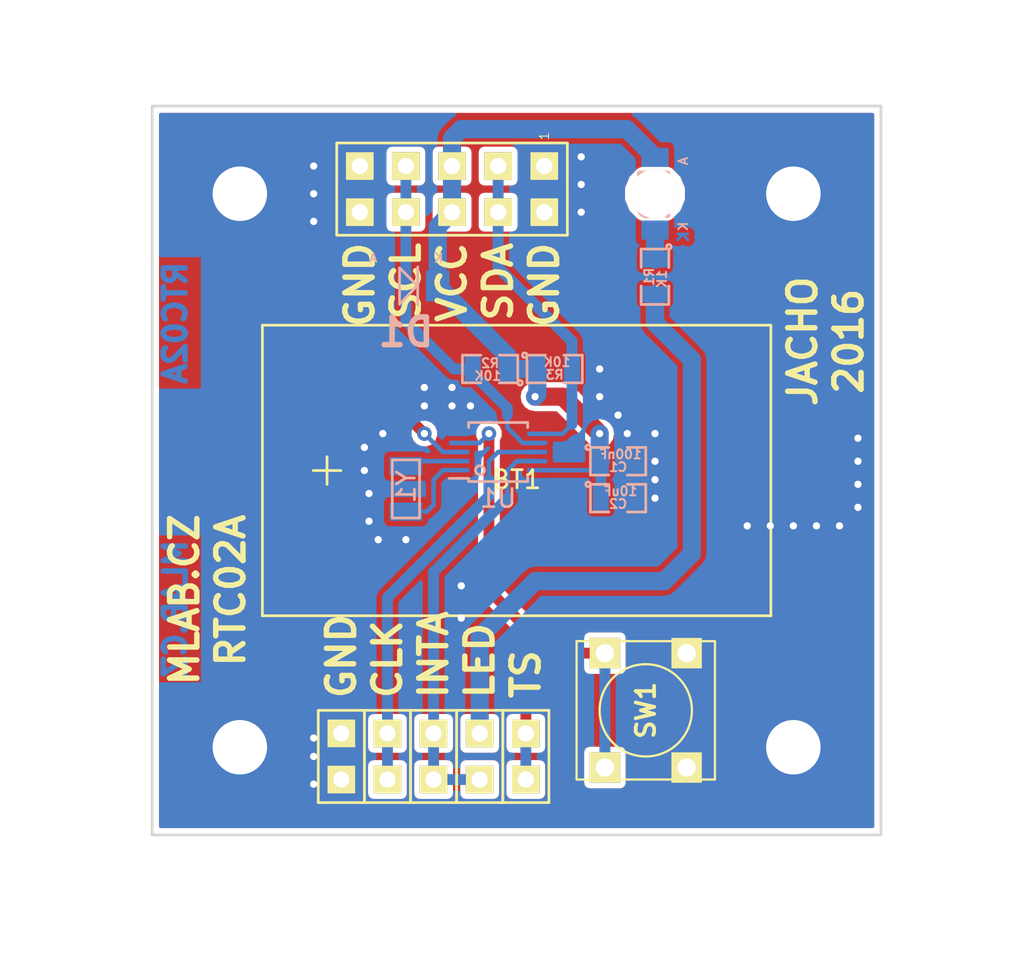
<source format=kicad_pcb>
(kicad_pcb (version 20160815) (host pcbnew "(2016-09-17 revision 679eef1)-makepkg")

  (general
    (links 44)
    (no_connects 0)
    (area -8.128 -46.228 48.260001 7.620001)
    (thickness 1.6)
    (drawings 20)
    (tracks 188)
    (zones 0)
    (modules 21)
    (nets 13)
  )

  (page A4)
  (layers
    (0 F.Cu signal)
    (31 B.Cu signal)
    (32 B.Adhes user)
    (33 F.Adhes user)
    (34 B.Paste user)
    (35 F.Paste user)
    (36 B.SilkS user)
    (37 F.SilkS user)
    (38 B.Mask user)
    (39 F.Mask user)
    (40 Dwgs.User user)
    (41 Cmts.User user)
    (42 Eco1.User user)
    (43 Eco2.User user)
    (44 Edge.Cuts user)
    (45 Margin user)
    (46 B.CrtYd user)
    (47 F.CrtYd user)
    (48 B.Fab user)
    (49 F.Fab user)
  )

  (setup
    (last_trace_width 0.2)
    (user_trace_width 0.25)
    (user_trace_width 0.3)
    (user_trace_width 0.4)
    (user_trace_width 0.6)
    (user_trace_width 0.8)
    (user_trace_width 1)
    (trace_clearance 0.2)
    (zone_clearance 0.3)
    (zone_45_only no)
    (trace_min 0.2)
    (segment_width 0.2)
    (edge_width 0.15)
    (via_size 0.8)
    (via_drill 0.4)
    (via_min_size 0.4)
    (via_min_drill 0.3)
    (uvia_size 0.3)
    (uvia_drill 0.1)
    (uvias_allowed no)
    (uvia_min_size 0.2)
    (uvia_min_drill 0.1)
    (pcb_text_width 0.3)
    (pcb_text_size 1.5 1.5)
    (mod_edge_width 0.15)
    (mod_text_size 1 1)
    (mod_text_width 0.15)
    (pad_size 1.524 1.524)
    (pad_drill 0.762)
    (pad_to_mask_clearance 0.2)
    (aux_axis_origin 0 0)
    (visible_elements 7FFFFF7F)
    (pcbplotparams
      (layerselection 0x010e0_ffffffff)
      (usegerberextensions false)
      (excludeedgelayer true)
      (linewidth 0.500000)
      (plotframeref false)
      (viasonmask false)
      (mode 1)
      (useauxorigin false)
      (hpglpennumber 1)
      (hpglpenspeed 20)
      (hpglpendiameter 15)
      (psnegative false)
      (psa4output false)
      (plotreference true)
      (plotvalue true)
      (plotinvisibletext false)
      (padsonsilk false)
      (subtractmaskfromsilk false)
      (outputformat 1)
      (mirror false)
      (drillshape 0)
      (scaleselection 1)
      (outputdirectory ../CAM_PROFI/))
  )

  (net 0 "")
  (net 1 "Net-(BT1-Pad1)")
  (net 2 GND)
  (net 3 VCC)
  (net 4 "Net-(D2-Pad1)")
  (net 5 /SDA)
  (net 6 /SCL)
  (net 7 /INTA)
  (net 8 "Net-(J2-Pad2)")
  (net 9 /CLK)
  (net 10 /TS)
  (net 11 "Net-(U1-Pad1)")
  (net 12 "Net-(U1-Pad2)")

  (net_class Default "Toto je výchozí třída sítě."
    (clearance 0.2)
    (trace_width 0.2)
    (via_dia 0.8)
    (via_drill 0.4)
    (uvia_dia 0.3)
    (uvia_drill 0.1)
    (diff_pair_gap 0.25)
    (diff_pair_width 0.2)
    (add_net /CLK)
    (add_net /INTA)
    (add_net /SCL)
    (add_net /SDA)
    (add_net /TS)
    (add_net GND)
    (add_net "Net-(BT1-Pad1)")
    (add_net "Net-(D2-Pad1)")
    (add_net "Net-(J2-Pad2)")
    (add_net "Net-(U1-Pad1)")
    (add_net "Net-(U1-Pad2)")
    (add_net VCC)
  )

  (module Mlab_Batery:CH28-2032 locked placed (layer F.Cu) (tedit 57E3C867) (tstamp 57E2B10E)
    (at 20.32 -20.32)
    (descr "Baterka 2032")
    (path /57E3EBA3)
    (fp_text reference BT1 (at 0 0.5) (layer F.SilkS)
      (effects (font (size 1 1) (thickness 0.15)))
    )
    (fp_text value CH28-2032 (at 0 -0.5) (layer F.Fab)
      (effects (font (size 1 1) (thickness 0.15)))
    )
    (fp_text user + (at -10.4394 -0.1524) (layer F.SilkS)
      (effects (font (size 2 2) (thickness 0.15)))
    )
    (fp_line (start -14 8) (end -14 -8) (layer F.SilkS) (width 0.15))
    (fp_line (start 14 8) (end -14 8) (layer F.SilkS) (width 0.15))
    (fp_line (start 14 -8) (end 14 8) (layer F.SilkS) (width 0.15))
    (fp_line (start -14 -8) (end 14 -8) (layer F.SilkS) (width 0.15))
    (pad 2 smd rect (at 15 0) (size 5 4) (layers F.Cu F.Paste F.Mask)
      (net 2 GND))
    (pad 1 smd rect (at -15 0) (size 5 4) (layers F.Cu F.Paste F.Mask)
      (net 1 "Net-(BT1-Pad1)"))
  )

  (module Mlab_R:SMD-0805 placed (layer B.Cu) (tedit 57E3C867) (tstamp 57E2B114)
    (at 25.908 -20.828)
    (path /57D26AA8)
    (attr smd)
    (fp_text reference C1 (at 0 0.3175) (layer B.SilkS)
      (effects (font (size 0.50038 0.50038) (thickness 0.10922)) (justify mirror))
    )
    (fp_text value 100nF (at 0.127 -0.381) (layer B.SilkS)
      (effects (font (size 0.50038 0.50038) (thickness 0.10922)) (justify mirror))
    )
    (fp_circle (center -1.651 -0.762) (end -1.651 -0.635) (layer B.SilkS) (width 0.15))
    (fp_line (start -0.508 -0.762) (end -1.524 -0.762) (layer B.SilkS) (width 0.15))
    (fp_line (start -1.524 -0.762) (end -1.524 0.762) (layer B.SilkS) (width 0.15))
    (fp_line (start -1.524 0.762) (end -0.508 0.762) (layer B.SilkS) (width 0.15))
    (fp_line (start 0.508 0.762) (end 1.524 0.762) (layer B.SilkS) (width 0.15))
    (fp_line (start 1.524 0.762) (end 1.524 -0.762) (layer B.SilkS) (width 0.15))
    (fp_line (start 1.524 -0.762) (end 0.508 -0.762) (layer B.SilkS) (width 0.15))
    (pad 2 smd rect (at 0.9525 0) (size 0.889 1.397) (layers B.Cu B.Paste B.Mask)
      (net 2 GND))
    (pad 1 smd rect (at -0.9525 0) (size 0.889 1.397) (layers B.Cu B.Paste B.Mask)
      (net 3 VCC))
    (model MLAB_3D/Resistors/chip_cms.wrl
      (at (xyz 0 0 0))
      (scale (xyz 0.1 0.1 0.1))
      (rotate (xyz 0 0 0))
    )
  )

  (module Mlab_R:SMD-0805 placed (layer B.Cu) (tedit 57E3C867) (tstamp 57E2B11A)
    (at 25.908 -18.796)
    (path /57D26AEE)
    (attr smd)
    (fp_text reference C2 (at 0 0.3175) (layer B.SilkS)
      (effects (font (size 0.50038 0.50038) (thickness 0.10922)) (justify mirror))
    )
    (fp_text value 10uF (at 0.127 -0.381) (layer B.SilkS)
      (effects (font (size 0.50038 0.50038) (thickness 0.10922)) (justify mirror))
    )
    (fp_circle (center -1.651 -0.762) (end -1.651 -0.635) (layer B.SilkS) (width 0.15))
    (fp_line (start -0.508 -0.762) (end -1.524 -0.762) (layer B.SilkS) (width 0.15))
    (fp_line (start -1.524 -0.762) (end -1.524 0.762) (layer B.SilkS) (width 0.15))
    (fp_line (start -1.524 0.762) (end -0.508 0.762) (layer B.SilkS) (width 0.15))
    (fp_line (start 0.508 0.762) (end 1.524 0.762) (layer B.SilkS) (width 0.15))
    (fp_line (start 1.524 0.762) (end 1.524 -0.762) (layer B.SilkS) (width 0.15))
    (fp_line (start 1.524 -0.762) (end 0.508 -0.762) (layer B.SilkS) (width 0.15))
    (pad 2 smd rect (at 0.9525 0) (size 0.889 1.397) (layers B.Cu B.Paste B.Mask)
      (net 2 GND))
    (pad 1 smd rect (at -0.9525 0) (size 0.889 1.397) (layers B.Cu B.Paste B.Mask)
      (net 3 VCC))
    (model MLAB_3D/Resistors/chip_cms.wrl
      (at (xyz 0 0 0))
      (scale (xyz 0.1 0.1 0.1))
      (rotate (xyz 0 0 0))
    )
  )

  (module Mlab_D:Diode-MiniMELF_Standard placed (layer B.Cu) (tedit 57E3C867) (tstamp 57E2B120)
    (at 14.224 -30.48)
    (descr "Diode Mini-MELF Standard")
    (tags "Diode Mini-MELF Standard")
    (path /57D26757)
    (attr smd)
    (fp_text reference D1 (at 0 2.54) (layer B.SilkS)
      (effects (font (thickness 0.3048)) (justify mirror))
    )
    (fp_text value BZV55C (at 0 -3.81) (layer B.SilkS) hide
      (effects (font (thickness 0.3048)) (justify mirror))
    )
    (fp_line (start 0.65024 -0.0508) (end -0.35052 1.00076) (layer B.SilkS) (width 0.15))
    (fp_line (start -0.35052 1.00076) (end -0.35052 -1.00076) (layer B.SilkS) (width 0.15))
    (fp_line (start -0.35052 -1.00076) (end 0.65024 0) (layer B.SilkS) (width 0.15))
    (fp_line (start 0.65024 1.04902) (end 0.65024 -1.04902) (layer B.SilkS) (width 0.15))
    (fp_text user A (at -1.80086 -1.5494) (layer B.SilkS)
      (effects (font (size 0.50038 0.50038) (thickness 0.09906)) (justify mirror))
    )
    (fp_text user K (at 1.80086 -1.5494) (layer B.SilkS)
      (effects (font (size 0.50038 0.50038) (thickness 0.09906)) (justify mirror))
    )
    (fp_circle (center 0 0) (end 0 -0.55118) (layer B.Adhes) (width 0.381))
    (fp_circle (center 0 0) (end 0 -0.20066) (layer B.Adhes) (width 0.381))
    (pad 1 smd rect (at 1.75006 0) (size 1.30048 1.69926) (layers B.Cu B.Paste B.Mask)
      (net 3 VCC))
    (pad 2 smd rect (at -1.75006 0) (size 1.30048 1.69926) (layers B.Cu B.Paste B.Mask)
      (net 2 GND))
    (model MLAB_3D/Diodes/MiniMELF_DO213AA.wrl
      (at (xyz 0 0 0))
      (scale (xyz 0.3937 0.3937 0.3937))
      (rotate (xyz 0 0 0))
    )
  )

  (module Mlab_D:LED_1206 placed (layer B.Cu) (tedit 57E3C867) (tstamp 57E2B127)
    (at 27.94 -35.56 270)
    (descr "Diode Mini-MELF Standard")
    (tags "Diode Mini-MELF Standard")
    (path /57E409F1)
    (attr smd)
    (fp_text reference D2 (at 0 0 270) (layer B.SilkS)
      (effects (font (thickness 0.3048)) (justify mirror))
    )
    (fp_text value LED (at 0 -3.81 270) (layer B.SilkS) hide
      (effects (font (thickness 0.3048)) (justify mirror))
    )
    (fp_line (start 2.21488 -1.50622) (end 2.53492 -1.81102) (layer B.Cu) (width 0.15))
    (fp_line (start 2.25298 -1.52146) (end 2.5273 -1.24968) (layer B.Cu) (width 0.15))
    (fp_line (start 2.2225 -1.24968) (end 2.21742 -1.81864) (layer B.Cu) (width 0.15))
    (fp_text user A (at -1.80086 -1.5494 270) (layer B.SilkS)
      (effects (font (size 0.50038 0.50038) (thickness 0.09906)) (justify mirror))
    )
    (fp_text user K (at 1.80086 -1.5494 270) (layer B.SilkS)
      (effects (font (size 0.50038 0.50038) (thickness 0.09906)) (justify mirror))
    )
    (pad "" np_thru_hole circle (at 0 0 270) (size 2.7 2.7) (drill 2.7) (layers *.Cu *.Mask B.SilkS))
    (pad 1 smd rect (at 2 0 270) (size 1.05 1.5) (layers B.Cu B.Paste B.Mask)
      (net 4 "Net-(D2-Pad1)"))
    (pad 2 smd rect (at -2 0 270) (size 1.05 1.5) (layers B.Cu B.Paste B.Mask)
      (net 3 VCC))
    (model MLAB_3D/Diodes/MiniMELF_DO213AA.wrl
      (at (xyz 0 0 0))
      (scale (xyz 0.3937 0.3937 0.3937))
      (rotate (xyz 0 0 0))
    )
  )

  (module Mlab_Pin_Headers:Straight_2x05 placed (layer F.Cu) (tedit 57E3C867) (tstamp 57E2B135)
    (at 16.764 -35.814 270)
    (descr "pin header straight 2x05")
    (tags "pin header straight 2x05")
    (path /57E44437)
    (fp_text reference J1 (at 0 -7.62 270) (layer F.SilkS) hide
      (effects (font (size 1.5 1.5) (thickness 0.15)))
    )
    (fp_text value JUMP_5X2 (at 0 7.62 270) (layer F.SilkS) hide
      (effects (font (size 1.5 1.5) (thickness 0.15)))
    )
    (fp_text user 1 (at -2.921 -5.08 270) (layer F.SilkS)
      (effects (font (size 0.5 0.5) (thickness 0.05)))
    )
    (fp_line (start -2.54 -6.35) (end 2.54 -6.35) (layer F.SilkS) (width 0.15))
    (fp_line (start 2.54 -6.35) (end 2.54 6.35) (layer F.SilkS) (width 0.15))
    (fp_line (start 2.54 6.35) (end -2.54 6.35) (layer F.SilkS) (width 0.15))
    (fp_line (start -2.54 6.35) (end -2.54 -6.35) (layer F.SilkS) (width 0.15))
    (pad 10 thru_hole rect (at 1.27 5.08 270) (size 1.524 1.524) (drill 0.889) (layers *.Cu *.Mask F.SilkS)
      (net 2 GND))
    (pad 9 thru_hole rect (at -1.27 5.08 270) (size 1.524 1.524) (drill 0.889) (layers *.Cu *.Mask F.SilkS)
      (net 2 GND))
    (pad 8 thru_hole rect (at 1.27 2.54 270) (size 1.524 1.524) (drill 0.889) (layers *.Cu *.Mask F.SilkS)
      (net 6 /SCL))
    (pad 7 thru_hole rect (at -1.27 2.54 270) (size 1.524 1.524) (drill 0.889) (layers *.Cu *.Mask F.SilkS)
      (net 6 /SCL))
    (pad 6 thru_hole rect (at 1.27 0 270) (size 1.524 1.524) (drill 0.889) (layers *.Cu *.Mask F.SilkS)
      (net 3 VCC))
    (pad 5 thru_hole rect (at -1.27 0 270) (size 1.524 1.524) (drill 0.889) (layers *.Cu *.Mask F.SilkS)
      (net 3 VCC))
    (pad 4 thru_hole rect (at 1.27 -2.54 270) (size 1.524 1.524) (drill 0.889) (layers *.Cu *.Mask F.SilkS)
      (net 5 /SDA))
    (pad 3 thru_hole rect (at -1.27 -2.54 270) (size 1.524 1.524) (drill 0.889) (layers *.Cu *.Mask F.SilkS)
      (net 5 /SDA))
    (pad 2 thru_hole rect (at 1.27 -5.08 270) (size 1.524 1.524) (drill 0.889) (layers *.Cu *.Mask F.SilkS)
      (net 2 GND))
    (pad 1 thru_hole rect (at -1.27 -5.08 270) (size 1.524 1.524) (drill 0.889) (layers *.Cu *.Mask F.SilkS)
      (net 2 GND))
    (model Pin_Headers/Pin_Header_Straight_2x05.wrl
      (at (xyz 0 0 0))
      (scale (xyz 1 1 1))
      (rotate (xyz 0 0 90))
    )
  )

  (module Mlab_Pin_Headers:Straight_2x01 placed (layer F.Cu) (tedit 57E3C867) (tstamp 57E2B13B)
    (at 18.288 -4.572 90)
    (descr "pin header straight 2x01")
    (tags "pin header straight 2x01")
    (path /57E46745)
    (fp_text reference J2 (at 0 -2.54 90) (layer F.SilkS) hide
      (effects (font (size 1.5 1.5) (thickness 0.15)))
    )
    (fp_text value JUMP2_2x1 (at 0 2.54 90) (layer F.SilkS) hide
      (effects (font (size 1.5 1.5) (thickness 0.15)))
    )
    (fp_line (start -2.54 -1.27) (end 2.54 -1.27) (layer F.SilkS) (width 0.15))
    (fp_line (start 2.54 -1.27) (end 2.54 1.27) (layer F.SilkS) (width 0.15))
    (fp_line (start 2.54 1.27) (end -2.54 1.27) (layer F.SilkS) (width 0.15))
    (fp_line (start -2.54 1.27) (end -2.54 -1.27) (layer F.SilkS) (width 0.15))
    (pad 2 thru_hole rect (at 1.27 0 90) (size 1.524 1.524) (drill 0.889) (layers *.Cu *.Mask F.SilkS)
      (net 8 "Net-(J2-Pad2)"))
    (pad 1 thru_hole rect (at -1.27 0 90) (size 1.524 1.524) (drill 0.889) (layers *.Cu *.Mask F.SilkS)
      (net 7 /INTA))
    (model Pin_Headers/Pin_Header_Straight_2x01.wrl
      (at (xyz 0 0 0))
      (scale (xyz 1 1 1))
      (rotate (xyz 0 0 90))
    )
  )

  (module Mlab_Pin_Headers:Straight_2x01 placed (layer F.Cu) (tedit 57E3C867) (tstamp 57E2B141)
    (at 15.748 -4.572 90)
    (descr "pin header straight 2x01")
    (tags "pin header straight 2x01")
    (path /57E47608)
    (fp_text reference J3 (at 0 -2.54 90) (layer F.SilkS) hide
      (effects (font (size 1.5 1.5) (thickness 0.15)))
    )
    (fp_text value JUMP_2x1 (at 0 2.54 90) (layer F.SilkS) hide
      (effects (font (size 1.5 1.5) (thickness 0.15)))
    )
    (fp_line (start -2.54 -1.27) (end 2.54 -1.27) (layer F.SilkS) (width 0.15))
    (fp_line (start 2.54 -1.27) (end 2.54 1.27) (layer F.SilkS) (width 0.15))
    (fp_line (start 2.54 1.27) (end -2.54 1.27) (layer F.SilkS) (width 0.15))
    (fp_line (start -2.54 1.27) (end -2.54 -1.27) (layer F.SilkS) (width 0.15))
    (pad 2 thru_hole rect (at 1.27 0 90) (size 1.524 1.524) (drill 0.889) (layers *.Cu *.Mask F.SilkS)
      (net 7 /INTA))
    (pad 1 thru_hole rect (at -1.27 0 90) (size 1.524 1.524) (drill 0.889) (layers *.Cu *.Mask F.SilkS)
      (net 7 /INTA))
    (model Pin_Headers/Pin_Header_Straight_2x01.wrl
      (at (xyz 0 0 0))
      (scale (xyz 1 1 1))
      (rotate (xyz 0 0 90))
    )
  )

  (module Mlab_Pin_Headers:Straight_2x01 placed (layer F.Cu) (tedit 57E3C867) (tstamp 57E2B147)
    (at 13.208 -4.572 90)
    (descr "pin header straight 2x01")
    (tags "pin header straight 2x01")
    (path /57E476B3)
    (fp_text reference J4 (at 0 -2.54 90) (layer F.SilkS) hide
      (effects (font (size 1.5 1.5) (thickness 0.15)))
    )
    (fp_text value JUMP_2x1 (at 0 2.54 90) (layer F.SilkS) hide
      (effects (font (size 1.5 1.5) (thickness 0.15)))
    )
    (fp_line (start -2.54 -1.27) (end 2.54 -1.27) (layer F.SilkS) (width 0.15))
    (fp_line (start 2.54 -1.27) (end 2.54 1.27) (layer F.SilkS) (width 0.15))
    (fp_line (start 2.54 1.27) (end -2.54 1.27) (layer F.SilkS) (width 0.15))
    (fp_line (start -2.54 1.27) (end -2.54 -1.27) (layer F.SilkS) (width 0.15))
    (pad 2 thru_hole rect (at 1.27 0 90) (size 1.524 1.524) (drill 0.889) (layers *.Cu *.Mask F.SilkS)
      (net 9 /CLK))
    (pad 1 thru_hole rect (at -1.27 0 90) (size 1.524 1.524) (drill 0.889) (layers *.Cu *.Mask F.SilkS)
      (net 9 /CLK))
    (model Pin_Headers/Pin_Header_Straight_2x01.wrl
      (at (xyz 0 0 0))
      (scale (xyz 1 1 1))
      (rotate (xyz 0 0 90))
    )
  )

  (module Mlab_Pin_Headers:Straight_2x01 placed (layer F.Cu) (tedit 57E3C867) (tstamp 57E2B14D)
    (at 20.828 -4.572 90)
    (descr "pin header straight 2x01")
    (tags "pin header straight 2x01")
    (path /57E47704)
    (fp_text reference J5 (at 0 -2.54 90) (layer F.SilkS) hide
      (effects (font (size 1.5 1.5) (thickness 0.15)))
    )
    (fp_text value JUMP_2x1 (at 0 2.54 90) (layer F.SilkS) hide
      (effects (font (size 1.5 1.5) (thickness 0.15)))
    )
    (fp_line (start -2.54 -1.27) (end 2.54 -1.27) (layer F.SilkS) (width 0.15))
    (fp_line (start 2.54 -1.27) (end 2.54 1.27) (layer F.SilkS) (width 0.15))
    (fp_line (start 2.54 1.27) (end -2.54 1.27) (layer F.SilkS) (width 0.15))
    (fp_line (start -2.54 1.27) (end -2.54 -1.27) (layer F.SilkS) (width 0.15))
    (pad 2 thru_hole rect (at 1.27 0 90) (size 1.524 1.524) (drill 0.889) (layers *.Cu *.Mask F.SilkS)
      (net 10 /TS))
    (pad 1 thru_hole rect (at -1.27 0 90) (size 1.524 1.524) (drill 0.889) (layers *.Cu *.Mask F.SilkS)
      (net 10 /TS))
    (model Pin_Headers/Pin_Header_Straight_2x01.wrl
      (at (xyz 0 0 0))
      (scale (xyz 1 1 1))
      (rotate (xyz 0 0 90))
    )
  )

  (module Mlab_Mechanical:MountingHole_3mm placed (layer F.Cu) (tedit 57E3C867) (tstamp 57E2B153)
    (at 5.08 -5.08)
    (descr "Mounting hole, Befestigungsbohrung, 3mm, No Annular, Kein Restring,")
    (tags "Mounting hole, Befestigungsbohrung, 3mm, No Annular, Kein Restring,")
    (path /57D299A2)
    (fp_text reference M1 (at 0 -4.191) (layer F.SilkS) hide
      (effects (font (thickness 0.3048)))
    )
    (fp_text value HOLE (at 0 4.191) (layer F.SilkS) hide
      (effects (font (thickness 0.3048)))
    )
    (fp_circle (center 0 0) (end 2.99974 0) (layer Cmts.User) (width 0.381))
    (pad 1 thru_hole circle (at 0 0) (size 6 6) (drill 3) (layers *.Cu *.Adhes *.Mask)
      (net 2 GND) (clearance 1) (zone_connect 2))
  )

  (module Mlab_Mechanical:MountingHole_3mm placed (layer F.Cu) (tedit 57E3C867) (tstamp 57E2B159)
    (at 5.08 -35.56)
    (descr "Mounting hole, Befestigungsbohrung, 3mm, No Annular, Kein Restring,")
    (tags "Mounting hole, Befestigungsbohrung, 3mm, No Annular, Kein Restring,")
    (path /57D2A387)
    (fp_text reference M2 (at 0 -4.191) (layer F.SilkS) hide
      (effects (font (thickness 0.3048)))
    )
    (fp_text value HOLE (at 0 4.191) (layer F.SilkS) hide
      (effects (font (thickness 0.3048)))
    )
    (fp_circle (center 0 0) (end 2.99974 0) (layer Cmts.User) (width 0.381))
    (pad 1 thru_hole circle (at 0 0) (size 6 6) (drill 3) (layers *.Cu *.Adhes *.Mask)
      (net 2 GND) (clearance 1) (zone_connect 2))
  )

  (module Mlab_Mechanical:MountingHole_3mm placed (layer F.Cu) (tedit 57E3C867) (tstamp 57E2B15F)
    (at 35.56 -35.56)
    (descr "Mounting hole, Befestigungsbohrung, 3mm, No Annular, Kein Restring,")
    (tags "Mounting hole, Befestigungsbohrung, 3mm, No Annular, Kein Restring,")
    (path /57D2A075)
    (fp_text reference M3 (at 0 -4.191) (layer F.SilkS) hide
      (effects (font (thickness 0.3048)))
    )
    (fp_text value HOLE (at 0 4.191) (layer F.SilkS) hide
      (effects (font (thickness 0.3048)))
    )
    (fp_circle (center 0 0) (end 2.99974 0) (layer Cmts.User) (width 0.381))
    (pad 1 thru_hole circle (at 0 0) (size 6 6) (drill 3) (layers *.Cu *.Adhes *.Mask)
      (net 2 GND) (clearance 1) (zone_connect 2))
  )

  (module Mlab_Mechanical:MountingHole_3mm placed (layer F.Cu) (tedit 57E3C867) (tstamp 57E2B165)
    (at 35.56 -5.08)
    (descr "Mounting hole, Befestigungsbohrung, 3mm, No Annular, Kein Restring,")
    (tags "Mounting hole, Befestigungsbohrung, 3mm, No Annular, Kein Restring,")
    (path /57D2A395)
    (fp_text reference M4 (at 0 -4.191) (layer F.SilkS) hide
      (effects (font (thickness 0.3048)))
    )
    (fp_text value HOLE (at 0 4.191) (layer F.SilkS) hide
      (effects (font (thickness 0.3048)))
    )
    (fp_circle (center 0 0) (end 2.99974 0) (layer Cmts.User) (width 0.381))
    (pad 1 thru_hole circle (at 0 0) (size 6 6) (drill 3) (layers *.Cu *.Adhes *.Mask)
      (net 2 GND) (clearance 1) (zone_connect 2))
  )

  (module Mlab_R:SMD-0805 placed (layer B.Cu) (tedit 57E3C867) (tstamp 57E2B16B)
    (at 27.94 -30.988 270)
    (path /57E45477)
    (attr smd)
    (fp_text reference R1 (at 0 0.3175 270) (layer B.SilkS)
      (effects (font (size 0.50038 0.50038) (thickness 0.10922)) (justify mirror))
    )
    (fp_text value 1K (at 0.127 -0.381 270) (layer B.SilkS)
      (effects (font (size 0.50038 0.50038) (thickness 0.10922)) (justify mirror))
    )
    (fp_circle (center -1.651 -0.762) (end -1.651 -0.635) (layer B.SilkS) (width 0.15))
    (fp_line (start -0.508 -0.762) (end -1.524 -0.762) (layer B.SilkS) (width 0.15))
    (fp_line (start -1.524 -0.762) (end -1.524 0.762) (layer B.SilkS) (width 0.15))
    (fp_line (start -1.524 0.762) (end -0.508 0.762) (layer B.SilkS) (width 0.15))
    (fp_line (start 0.508 0.762) (end 1.524 0.762) (layer B.SilkS) (width 0.15))
    (fp_line (start 1.524 0.762) (end 1.524 -0.762) (layer B.SilkS) (width 0.15))
    (fp_line (start 1.524 -0.762) (end 0.508 -0.762) (layer B.SilkS) (width 0.15))
    (pad 2 smd rect (at 0.9525 0 270) (size 0.889 1.397) (layers B.Cu B.Paste B.Mask)
      (net 8 "Net-(J2-Pad2)"))
    (pad 1 smd rect (at -0.9525 0 270) (size 0.889 1.397) (layers B.Cu B.Paste B.Mask)
      (net 4 "Net-(D2-Pad1)"))
    (model MLAB_3D/Resistors/chip_cms.wrl
      (at (xyz 0 0 0))
      (scale (xyz 0.1 0.1 0.1))
      (rotate (xyz 0 0 0))
    )
  )

  (module Mlab_SW:SW_PUSH_SMALL placed (layer F.Cu) (tedit 57E3C867) (tstamp 57E2B173)
    (at 27.432 -7.112 90)
    (path /57E4059A)
    (fp_text reference SW1 (at 0 0 90) (layer F.SilkS)
      (effects (font (size 1.016 1.016) (thickness 0.2032)))
    )
    (fp_text value SW_PUSH (at 0.0508 0.9652 90) (layer F.SilkS) hide
      (effects (font (size 1.016 1.016) (thickness 0.2032)))
    )
    (fp_circle (center 0 0) (end 0 -2.54) (layer F.SilkS) (width 0.127))
    (fp_line (start -3.81 -3.81) (end 3.81 -3.81) (layer F.SilkS) (width 0.127))
    (fp_line (start 3.81 -3.81) (end 3.81 3.81) (layer F.SilkS) (width 0.127))
    (fp_line (start 3.81 3.81) (end -3.81 3.81) (layer F.SilkS) (width 0.127))
    (fp_line (start -3.81 -3.81) (end -3.81 3.81) (layer F.SilkS) (width 0.127))
    (pad 2 thru_hole rect (at -3.15 2.25 90) (size 1.6764 1.6764) (drill 1) (layers *.Cu *.Mask F.SilkS)
      (net 2 GND))
    (pad 1 thru_hole rect (at -3.15 -2.25 90) (size 1.6764 1.6764) (drill 1) (layers *.Cu *.Mask F.SilkS)
      (net 10 /TS))
    (pad 2 thru_hole rect (at 3.15 2.25 90) (size 1.6764 1.6764) (drill 1) (layers *.Cu *.Mask F.SilkS)
      (net 2 GND))
    (pad 1 thru_hole rect (at 3.15 -2.25 90) (size 1.6764 1.6764) (drill 1) (layers *.Cu *.Mask F.SilkS)
      (net 10 /TS))
  )

  (module Mlab_XTAL:ABS07 placed (layer B.Cu) (tedit 57E3C867) (tstamp 57E2B19B)
    (at 14.224 -19.304 90)
    (path /57E494EE)
    (fp_text reference Y1 (at 0.127 0.0127 90) (layer B.SilkS)
      (effects (font (size 1 1) (thickness 0.15)) (justify mirror))
    )
    (fp_text value ABS07-120-32.768KHZ-T (at -0.1397 2.6035 90) (layer B.Fab) hide
      (effects (font (size 1 1) (thickness 0.15)) (justify mirror))
    )
    (fp_line (start 1.6 -0.75) (end 1.6 0.75) (layer B.SilkS) (width 0.15))
    (fp_line (start 1.6 -0.75) (end -1.6 -0.75) (layer B.SilkS) (width 0.15))
    (fp_line (start -1.6 0.75) (end -1.6 -0.75) (layer B.SilkS) (width 0.15))
    (fp_line (start -1.6 0.75) (end 1.6 0.75) (layer B.SilkS) (width 0.15))
    (pad 2 smd rect (at -1.25 0 90) (size 1 1.8) (layers B.Cu B.Paste B.Mask)
      (net 11 "Net-(U1-Pad1)"))
    (pad 1 smd rect (at 1.25 0 90) (size 1 1.8) (layers B.Cu B.Paste B.Mask)
      (net 12 "Net-(U1-Pad2)"))
  )

  (module Mlab_R:SMD-0805 (layer B.Cu) (tedit 57E3C867) (tstamp 57E2B3B4)
    (at 18.8595 -25.908 180)
    (path /57E2DA38)
    (attr smd)
    (fp_text reference R2 (at 0 0.3175 180) (layer B.SilkS)
      (effects (font (size 0.50038 0.50038) (thickness 0.10922)) (justify mirror))
    )
    (fp_text value 10K (at 0.127 -0.381 180) (layer B.SilkS)
      (effects (font (size 0.50038 0.50038) (thickness 0.10922)) (justify mirror))
    )
    (fp_circle (center -1.651 -0.762) (end -1.651 -0.635) (layer B.SilkS) (width 0.15))
    (fp_line (start -0.508 -0.762) (end -1.524 -0.762) (layer B.SilkS) (width 0.15))
    (fp_line (start -1.524 -0.762) (end -1.524 0.762) (layer B.SilkS) (width 0.15))
    (fp_line (start -1.524 0.762) (end -0.508 0.762) (layer B.SilkS) (width 0.15))
    (fp_line (start 0.508 0.762) (end 1.524 0.762) (layer B.SilkS) (width 0.15))
    (fp_line (start 1.524 0.762) (end 1.524 -0.762) (layer B.SilkS) (width 0.15))
    (fp_line (start 1.524 -0.762) (end 0.508 -0.762) (layer B.SilkS) (width 0.15))
    (pad 2 smd rect (at 0.9525 0 180) (size 0.889 1.397) (layers B.Cu B.Paste B.Mask)
      (net 6 /SCL))
    (pad 1 smd rect (at -0.9525 0 180) (size 0.889 1.397) (layers B.Cu B.Paste B.Mask)
      (net 3 VCC))
    (model MLAB_3D/Resistors/chip_cms.wrl
      (at (xyz 0 0 0))
      (scale (xyz 0.1 0.1 0.1))
      (rotate (xyz 0 0 0))
    )
  )

  (module Mlab_R:SMD-0805 (layer B.Cu) (tedit 57E3C867) (tstamp 57E2B3BA)
    (at 22.4155 -25.908)
    (path /57E2DB98)
    (attr smd)
    (fp_text reference R3 (at 0 0.3175) (layer B.SilkS)
      (effects (font (size 0.50038 0.50038) (thickness 0.10922)) (justify mirror))
    )
    (fp_text value 10K (at 0.127 -0.381) (layer B.SilkS)
      (effects (font (size 0.50038 0.50038) (thickness 0.10922)) (justify mirror))
    )
    (fp_circle (center -1.651 -0.762) (end -1.651 -0.635) (layer B.SilkS) (width 0.15))
    (fp_line (start -0.508 -0.762) (end -1.524 -0.762) (layer B.SilkS) (width 0.15))
    (fp_line (start -1.524 -0.762) (end -1.524 0.762) (layer B.SilkS) (width 0.15))
    (fp_line (start -1.524 0.762) (end -0.508 0.762) (layer B.SilkS) (width 0.15))
    (fp_line (start 0.508 0.762) (end 1.524 0.762) (layer B.SilkS) (width 0.15))
    (fp_line (start 1.524 0.762) (end 1.524 -0.762) (layer B.SilkS) (width 0.15))
    (fp_line (start 1.524 -0.762) (end 0.508 -0.762) (layer B.SilkS) (width 0.15))
    (pad 2 smd rect (at 0.9525 0) (size 0.889 1.397) (layers B.Cu B.Paste B.Mask)
      (net 5 /SDA))
    (pad 1 smd rect (at -0.9525 0) (size 0.889 1.397) (layers B.Cu B.Paste B.Mask)
      (net 3 VCC))
    (model MLAB_3D/Resistors/chip_cms.wrl
      (at (xyz 0 0 0))
      (scale (xyz 0.1 0.1 0.1))
      (rotate (xyz 0 0 0))
    )
  )

  (module Mlab_Pin_Headers:Straight_2x01 (layer F.Cu) (tedit 57E3C867) (tstamp 57E361F9)
    (at 10.668 -4.572 90)
    (descr "pin header straight 2x01")
    (tags "pin header straight 2x01")
    (path /57E36C68)
    (fp_text reference J6 (at 0 -2.54 90) (layer F.SilkS) hide
      (effects (font (size 1.5 1.5) (thickness 0.15)))
    )
    (fp_text value JUMP_2x1 (at 0 2.54 90) (layer F.SilkS) hide
      (effects (font (size 1.5 1.5) (thickness 0.15)))
    )
    (fp_line (start -2.54 -1.27) (end 2.54 -1.27) (layer F.SilkS) (width 0.15))
    (fp_line (start 2.54 -1.27) (end 2.54 1.27) (layer F.SilkS) (width 0.15))
    (fp_line (start 2.54 1.27) (end -2.54 1.27) (layer F.SilkS) (width 0.15))
    (fp_line (start -2.54 1.27) (end -2.54 -1.27) (layer F.SilkS) (width 0.15))
    (pad 2 thru_hole rect (at 1.27 0 90) (size 1.524 1.524) (drill 0.889) (layers *.Cu *.Mask F.SilkS)
      (net 2 GND))
    (pad 1 thru_hole rect (at -1.27 0 90) (size 1.524 1.524) (drill 0.889) (layers *.Cu *.Mask F.SilkS)
      (net 2 GND))
    (model Pin_Headers/Pin_Header_Straight_2x01.wrl
      (at (xyz 0 0 0))
      (scale (xyz 1 1 1))
      (rotate (xyz 0 0 90))
    )
  )

  (module Mlab_IO:TSSOP-10_3x3mm_Pitch0.5mm placed (layer B.Cu) (tedit 57E3C867) (tstamp 57E2B191)
    (at 19.304 -21.336)
    (descr "TSSOP10: plastic thin shrink small outline package; 10 leads; body width 3 mm; (see NXP SSOP-TSSOP-VSO-REFLOW.pdf and sot552-1_po.pdf)")
    (tags "SSOP 0.5")
    (path /57E4274A)
    (attr smd)
    (fp_text reference U1 (at 0 2.55) (layer B.SilkS)
      (effects (font (size 1 1) (thickness 0.15)) (justify mirror))
    )
    (fp_text value PCF85263A (at 0 -2.55) (layer B.Fab)
      (effects (font (size 1 1) (thickness 0.15)) (justify mirror))
    )
    (fp_circle (center -1 1) (end -1.25 1) (layer B.SilkS) (width 0.15))
    (fp_line (start 1.5 1.5) (end -1.5 1.5) (layer B.Fab) (width 0.15))
    (fp_line (start 1.5 -1.5) (end 1.5 1.5) (layer B.Fab) (width 0.15))
    (fp_line (start -1.5 -1.5) (end 1.5 -1.5) (layer B.Fab) (width 0.15))
    (fp_line (start -1.5 1.5) (end -1.5 -1.5) (layer B.Fab) (width 0.15))
    (fp_line (start -2.95 1.8) (end -2.95 -1.8) (layer B.CrtYd) (width 0.05))
    (fp_line (start 2.95 1.8) (end 2.95 -1.8) (layer B.CrtYd) (width 0.05))
    (fp_line (start -2.95 1.8) (end 2.95 1.8) (layer B.CrtYd) (width 0.05))
    (fp_line (start -2.95 -1.8) (end 2.95 -1.8) (layer B.CrtYd) (width 0.05))
    (fp_line (start -1.625 1.625) (end -1.625 1.45) (layer B.SilkS) (width 0.15))
    (fp_line (start 1.625 1.625) (end 1.625 1.35) (layer B.SilkS) (width 0.15))
    (fp_line (start 1.625 -1.625) (end 1.625 -1.35) (layer B.SilkS) (width 0.15))
    (fp_line (start -1.625 -1.625) (end -1.625 -1.35) (layer B.SilkS) (width 0.15))
    (fp_line (start -1.625 1.625) (end 1.625 1.625) (layer B.SilkS) (width 0.15))
    (fp_line (start -1.625 -1.625) (end 1.625 -1.625) (layer B.SilkS) (width 0.15))
    (fp_line (start -1.625 1.45) (end -2.7 1.45) (layer B.SilkS) (width 0.15))
    (pad 10 smd rect (at 2.15 1) (size 1.1 0.25) (layers B.Cu B.Paste B.Mask)
      (net 3 VCC))
    (pad 9 smd rect (at 2.15 0.5) (size 1.1 0.25) (layers B.Cu B.Paste B.Mask)
      (net 7 /INTA))
    (pad 8 smd rect (at 2.15 0) (size 1.1 0.25) (layers B.Cu B.Paste B.Mask)
      (net 9 /CLK))
    (pad 7 smd rect (at 2.15 -0.5) (size 1.1 0.25) (layers B.Cu B.Paste B.Mask)
      (net 6 /SCL))
    (pad 6 smd rect (at 2.15 -1) (size 1.1 0.25) (layers B.Cu B.Paste B.Mask)
      (net 5 /SDA))
    (pad 5 smd rect (at -2.15 -1) (size 1.1 0.25) (layers B.Cu B.Paste B.Mask)
      (net 2 GND))
    (pad 4 smd rect (at -2.15 -0.5) (size 1.1 0.25) (layers B.Cu B.Paste B.Mask)
      (net 10 /TS))
    (pad 3 smd rect (at -2.15 0) (size 1.1 0.25) (layers B.Cu B.Paste B.Mask)
      (net 1 "Net-(BT1-Pad1)"))
    (pad 2 smd rect (at -2.15 0.5) (size 1.1 0.25) (layers B.Cu B.Paste B.Mask)
      (net 12 "Net-(U1-Pad2)"))
    (pad 1 smd rect (at -2.15 1) (size 1.1 0.25) (layers B.Cu B.Paste B.Mask)
      (net 11 "Net-(U1-Pad1)"))
    (model Housings_SSOP.3dshapes/TSSOP-10_3x3mm_Pitch0.5mm.wrl
      (at (xyz 0 0 0))
      (scale (xyz 1 1 1))
      (rotate (xyz 0 0 0))
    )
  )

  (gr_text RTC02A (at 1.524 -28.448 90) (layer B.Cu)
    (effects (font (size 1.2 1.2) (thickness 0.3)) (justify mirror))
  )
  (gr_text MLAB.CZ (at 1.524 -12.7 90) (layer B.Cu)
    (effects (font (size 1.2 1.2) (thickness 0.3)) (justify mirror))
  )
  (gr_text 2016 (at 38.608 -27.432 90) (layer F.SilkS)
    (effects (font (size 1.5 1.5) (thickness 0.3)))
  )
  (gr_text JACHO (at 36.068 -27.432 90) (layer F.SilkS)
    (effects (font (size 1.5 1.5) (thickness 0.3)))
  )
  (gr_text RTC02A (at 4.572 -13.716 90) (layer F.SilkS)
    (effects (font (size 1.5 1.5) (thickness 0.3)))
  )
  (gr_text MLAB.CZ (at 2.032 -13.208 90) (layer F.SilkS)
    (effects (font (size 1.5 1.5) (thickness 0.3)))
  )
  (gr_text GND (at 11.684 -33.02 90) (layer F.SilkS)
    (effects (font (size 1.5 1.5) (thickness 0.3)) (justify right))
  )
  (gr_text GND (at 21.844 -33.02 90) (layer F.SilkS)
    (effects (font (size 1.5 1.5) (thickness 0.3)) (justify right))
  )
  (gr_text SDA (at 19.304 -33.02 90) (layer F.SilkS)
    (effects (font (size 1.5 1.5) (thickness 0.3)) (justify right))
  )
  (gr_text VCC (at 16.764 -33.02 90) (layer F.SilkS)
    (effects (font (size 1.5 1.5) (thickness 0.3)) (justify right))
  )
  (gr_text TS (at 20.828 -7.62 90) (layer F.SilkS)
    (effects (font (size 1.5 1.5) (thickness 0.3)) (justify left))
  )
  (gr_text LED (at 18.288 -7.62 90) (layer F.SilkS)
    (effects (font (size 1.5 1.5) (thickness 0.3)) (justify left))
  )
  (gr_text INTA (at 15.748 -7.62 90) (layer F.SilkS)
    (effects (font (size 1.5 1.5) (thickness 0.3)) (justify left))
  )
  (gr_text CLK (at 13.208 -7.62 90) (layer F.SilkS)
    (effects (font (size 1.5 1.5) (thickness 0.3)) (justify left))
  )
  (gr_text GND (at 10.668 -7.62 90) (layer F.SilkS)
    (effects (font (size 1.5 1.5) (thickness 0.3)) (justify left))
  )
  (gr_text SCL (at 14.224 -33.02 90) (layer F.SilkS)
    (effects (font (size 1.5 1.5) (thickness 0.3)) (justify right))
  )
  (gr_line (start 0.254 -0.254) (end 0.254 -40.386) (layer Edge.Cuts) (width 0.15))
  (gr_line (start 0.254 -0.254) (end 40.386 -0.254) (layer Edge.Cuts) (width 0.15))
  (gr_line (start 40.386 -40.386) (end 40.386 -0.254) (layer Edge.Cuts) (width 0.15))
  (gr_line (start 0.254 -40.386) (end 40.386 -40.386) (layer Edge.Cuts) (width 0.15))

  (segment (start 5.32 -20.32) (end 5.32 -22.92) (width 0.6) (layer F.Cu) (net 1))
  (segment (start 5.32 -22.92) (end 6.53 -24.13) (width 0.6) (layer F.Cu) (net 1))
  (segment (start 6.53 -24.13) (end 13.462 -24.13) (width 0.6) (layer F.Cu) (net 1))
  (segment (start 13.462 -24.13) (end 15.24 -22.352) (width 0.6) (layer F.Cu) (net 1))
  (segment (start 17.154 -21.336) (end 16.256 -21.336) (width 0.25) (layer B.Cu) (net 1))
  (segment (start 16.256 -21.336) (end 15.24 -22.352) (width 0.25) (layer B.Cu) (net 1))
  (via (at 15.24 -22.352) (size 0.8) (drill 0.4) (layers F.Cu B.Cu) (net 1))
  (segment (start 9.144 -4.572) (end 9.144 -3.048) (width 0.6) (layer B.Cu) (net 2))
  (via (at 9.144 -3.048) (size 0.8) (drill 0.4) (layers F.Cu B.Cu) (net 2))
  (segment (start 9.144 -5.588) (end 9.144 -4.572) (width 0.6) (layer F.Cu) (net 2))
  (via (at 9.144 -4.572) (size 0.8) (drill 0.4) (layers F.Cu B.Cu) (net 2))
  (segment (start 10.668 -5.842) (end 9.398 -5.842) (width 0.6) (layer B.Cu) (net 2))
  (segment (start 9.398 -5.842) (end 9.144 -5.588) (width 0.6) (layer B.Cu) (net 2))
  (via (at 9.144 -5.588) (size 0.8) (drill 0.4) (layers F.Cu B.Cu) (net 2))
  (segment (start 9.144 -35.56) (end 9.144 -34.036) (width 0.6) (layer F.Cu) (net 2))
  (via (at 9.144 -34.036) (size 0.8) (drill 0.4) (layers F.Cu B.Cu) (net 2))
  (segment (start 9.144 -37.084) (end 9.144 -35.56) (width 0.6) (layer B.Cu) (net 2))
  (via (at 9.144 -35.56) (size 0.8) (drill 0.4) (layers F.Cu B.Cu) (net 2))
  (segment (start 11.684 -37.084) (end 9.144 -37.084) (width 0.6) (layer F.Cu) (net 2))
  (via (at 9.144 -37.084) (size 0.8) (drill 0.4) (layers F.Cu B.Cu) (net 2))
  (segment (start 11.938 -21.59) (end 11.938 -20.32) (width 0.25) (layer B.Cu) (net 2))
  (segment (start 11.938 -20.32) (end 11.938 -19.304) (width 0.25) (layer B.Cu) (net 2))
  (segment (start 11.938 -21.59) (end 11.938 -20.32) (width 0.6) (layer F.Cu) (net 2))
  (via (at 11.938 -20.32) (size 0.8) (drill 0.4) (layers F.Cu B.Cu) (net 2))
  (segment (start 12.7 -16.51) (end 14.224 -16.51) (width 0.25) (layer F.Cu) (net 2))
  (via (at 14.224 -16.51) (size 0.8) (drill 0.4) (layers F.Cu B.Cu) (net 2))
  (segment (start 12.192 -17.526) (end 12.192 -17.018) (width 0.25) (layer B.Cu) (net 2))
  (segment (start 12.192 -17.018) (end 12.7 -16.51) (width 0.25) (layer B.Cu) (net 2))
  (via (at 12.7 -16.51) (size 0.8) (drill 0.4) (layers F.Cu B.Cu) (net 2))
  (segment (start 12.192 -19.05) (end 12.192 -17.526) (width 0.25) (layer F.Cu) (net 2))
  (via (at 12.192 -17.526) (size 0.8) (drill 0.4) (layers F.Cu B.Cu) (net 2))
  (segment (start 11.938 -19.304) (end 12.192 -19.05) (width 0.25) (layer B.Cu) (net 2))
  (via (at 12.192 -19.05) (size 0.8) (drill 0.4) (layers F.Cu B.Cu) (net 2))
  (segment (start 12.954 -22.352) (end 12.7 -22.352) (width 0.25) (layer F.Cu) (net 2))
  (segment (start 12.7 -22.352) (end 11.938 -21.59) (width 0.25) (layer F.Cu) (net 2))
  (via (at 11.938 -21.59) (size 0.8) (drill 0.4) (layers F.Cu B.Cu) (net 2))
  (segment (start 15.24 -23.876) (end 14.478 -23.876) (width 0.25) (layer B.Cu) (net 2))
  (segment (start 14.478 -23.876) (end 12.954 -22.352) (width 0.25) (layer B.Cu) (net 2))
  (via (at 12.954 -22.352) (size 0.8) (drill 0.4) (layers F.Cu B.Cu) (net 2))
  (segment (start 39.116 -20.828) (end 39.116 -22.098) (width 0.25) (layer F.Cu) (net 2))
  (via (at 39.116 -22.098) (size 0.8) (drill 0.4) (layers F.Cu B.Cu) (net 2))
  (segment (start 39.116 -19.558) (end 39.116 -20.828) (width 0.25) (layer B.Cu) (net 2))
  (via (at 39.116 -20.828) (size 0.8) (drill 0.4) (layers F.Cu B.Cu) (net 2))
  (segment (start 39.116 -18.288) (end 39.116 -19.558) (width 0.25) (layer F.Cu) (net 2))
  (via (at 39.116 -19.558) (size 0.8) (drill 0.4) (layers F.Cu B.Cu) (net 2))
  (segment (start 38.1 -17.272) (end 39.116 -18.288) (width 0.25) (layer B.Cu) (net 2))
  (via (at 39.116 -18.288) (size 0.8) (drill 0.4) (layers F.Cu B.Cu) (net 2))
  (segment (start 36.83 -17.272) (end 38.1 -17.272) (width 0.25) (layer F.Cu) (net 2))
  (via (at 38.1 -17.272) (size 0.8) (drill 0.4) (layers F.Cu B.Cu) (net 2))
  (segment (start 35.56 -17.272) (end 36.83 -17.272) (width 0.25) (layer B.Cu) (net 2))
  (via (at 36.83 -17.272) (size 0.8) (drill 0.4) (layers F.Cu B.Cu) (net 2))
  (segment (start 34.29 -17.272) (end 35.56 -17.272) (width 0.25) (layer F.Cu) (net 2))
  (via (at 35.56 -17.272) (size 0.8) (drill 0.4) (layers F.Cu B.Cu) (net 2))
  (segment (start 34.522 -17.272) (end 34.29 -17.272) (width 0.25) (layer F.Cu) (net 2))
  (segment (start 34.29 -17.272) (end 33.02 -17.272) (width 0.25) (layer F.Cu) (net 2))
  (segment (start 33.02 -17.272) (end 34.29 -17.272) (width 0.25) (layer B.Cu) (net 2))
  (via (at 34.29 -17.272) (size 0.8) (drill 0.4) (layers F.Cu B.Cu) (net 2))
  (segment (start 35.32 -20.32) (end 35.32 -18.07) (width 0.25) (layer F.Cu) (net 2))
  (segment (start 35.32 -18.07) (end 34.522 -17.272) (width 0.25) (layer F.Cu) (net 2))
  (via (at 33.02 -17.272) (size 0.8) (drill 0.4) (layers F.Cu B.Cu) (net 2))
  (segment (start 17.272 -12.192) (end 17.272 -13.97) (width 0.25) (layer B.Cu) (net 2))
  (via (at 17.272 -13.97) (size 0.8) (drill 0.4) (layers F.Cu B.Cu) (net 2))
  (segment (start 17.018 -4.572) (end 17.272 -4.572) (width 0.25) (layer F.Cu) (net 2))
  (segment (start 17.018 -11.938) (end 17.272 -12.192) (width 0.25) (layer F.Cu) (net 2))
  (segment (start 10.926 -4.572) (end 17.018 -4.572) (width 0.25) (layer F.Cu) (net 2))
  (segment (start 17.018 -4.572) (end 17.018 -11.938) (width 0.25) (layer F.Cu) (net 2))
  (via (at 17.272 -12.192) (size 0.8) (drill 0.4) (layers F.Cu B.Cu) (net 2))
  (segment (start 10.668 -5.842) (end 10.668 -4.83) (width 0.25) (layer F.Cu) (net 2))
  (segment (start 10.668 -4.83) (end 10.926 -4.572) (width 0.25) (layer F.Cu) (net 2))
  (segment (start 15.24 -24.892) (end 16.764 -24.892) (width 0.25) (layer B.Cu) (net 2))
  (via (at 16.764 -24.892) (size 0.8) (drill 0.4) (layers F.Cu B.Cu) (net 2))
  (segment (start 15.24 -23.876) (end 15.24 -24.892) (width 0.25) (layer F.Cu) (net 2))
  (via (at 15.24 -24.892) (size 0.8) (drill 0.4) (layers F.Cu B.Cu) (net 2))
  (segment (start 16.764 -23.876) (end 15.24 -23.876) (width 0.25) (layer B.Cu) (net 2))
  (via (at 15.24 -23.876) (size 0.8) (drill 0.4) (layers F.Cu B.Cu) (net 2))
  (segment (start 17.78 -23.876) (end 16.764 -23.876) (width 0.25) (layer F.Cu) (net 2))
  (via (at 16.764 -23.876) (size 0.8) (drill 0.4) (layers F.Cu B.Cu) (net 2))
  (segment (start 17.154 -22.336) (end 17.154 -23.25) (width 0.25) (layer B.Cu) (net 2))
  (segment (start 17.154 -23.25) (end 17.78 -23.876) (width 0.25) (layer B.Cu) (net 2))
  (via (at 17.78 -23.876) (size 0.8) (drill 0.4) (layers F.Cu B.Cu) (net 2))
  (segment (start 23.876 -36.068) (end 23.876 -37.592) (width 0.25) (layer B.Cu) (net 2))
  (via (at 23.876 -37.592) (size 0.8) (drill 0.4) (layers F.Cu B.Cu) (net 2))
  (segment (start 23.876 -34.544) (end 23.876 -36.068) (width 0.25) (layer F.Cu) (net 2))
  (via (at 23.876 -36.068) (size 0.8) (drill 0.4) (layers F.Cu B.Cu) (net 2))
  (segment (start 21.844 -34.544) (end 23.876 -34.544) (width 0.25) (layer B.Cu) (net 2))
  (via (at 23.876 -34.544) (size 0.8) (drill 0.4) (layers F.Cu B.Cu) (net 2))
  (segment (start 24.892 -24.384) (end 24.892 -25.908) (width 0.25) (layer F.Cu) (net 2))
  (via (at 24.892 -25.908) (size 0.8) (drill 0.4) (layers F.Cu B.Cu) (net 2))
  (segment (start 25.908 -23.368) (end 24.892 -24.384) (width 0.25) (layer B.Cu) (net 2))
  (via (at 24.892 -24.384) (size 0.8) (drill 0.4) (layers F.Cu B.Cu) (net 2))
  (segment (start 27.94 -19.812) (end 27.94 -18.796) (width 0.25) (layer F.Cu) (net 2))
  (via (at 27.94 -18.796) (size 0.8) (drill 0.4) (layers F.Cu B.Cu) (net 2))
  (segment (start 27.94 -20.828) (end 27.94 -19.812) (width 0.25) (layer B.Cu) (net 2))
  (via (at 27.94 -19.812) (size 0.8) (drill 0.4) (layers F.Cu B.Cu) (net 2))
  (segment (start 27.94 -22.352) (end 27.94 -20.828) (width 0.25) (layer F.Cu) (net 2))
  (via (at 27.94 -20.828) (size 0.8) (drill 0.4) (layers F.Cu B.Cu) (net 2))
  (segment (start 24.892 -24.384) (end 25.908 -24.384) (width 0.25) (layer B.Cu) (net 2))
  (segment (start 25.908 -24.384) (end 27.94 -22.352) (width 0.25) (layer B.Cu) (net 2))
  (via (at 27.94 -22.352) (size 0.8) (drill 0.4) (layers F.Cu B.Cu) (net 2))
  (segment (start 25.4 -23.876) (end 24.892 -24.384) (width 0.25) (layer F.Cu) (net 2))
  (segment (start 25.908 -23.368) (end 25.4 -23.876) (width 0.25) (layer B.Cu) (net 2))
  (segment (start 26.416 -22.352) (end 26.416 -22.86) (width 0.25) (layer F.Cu) (net 2))
  (segment (start 26.416 -22.86) (end 25.908 -23.368) (width 0.25) (layer F.Cu) (net 2))
  (via (at 25.908 -23.368) (size 0.8) (drill 0.4) (layers F.Cu B.Cu) (net 2))
  (segment (start 26.8605 -20.828) (end 26.8605 -21.9075) (width 0.25) (layer B.Cu) (net 2))
  (segment (start 26.8605 -21.9075) (end 26.416 -22.352) (width 0.25) (layer B.Cu) (net 2))
  (via (at 26.416 -22.352) (size 0.8) (drill 0.4) (layers F.Cu B.Cu) (net 2))
  (segment (start 16.764 -37.084) (end 16.764 -38.608) (width 1) (layer B.Cu) (net 3))
  (segment (start 16.764 -38.608) (end 17.272 -39.116) (width 1) (layer B.Cu) (net 3))
  (segment (start 17.272 -39.116) (end 26.384 -39.116) (width 1) (layer B.Cu) (net 3))
  (segment (start 26.384 -39.116) (end 27.889999 -37.610001) (width 1) (layer B.Cu) (net 3))
  (segment (start 27.889999 -37.610001) (end 27.94 -37.610001) (width 1) (layer B.Cu) (net 3))
  (segment (start 24.892 -22.352) (end 24.892 -20.8915) (width 1) (layer B.Cu) (net 3))
  (segment (start 24.892 -20.8915) (end 24.9555 -20.828) (width 1) (layer B.Cu) (net 3))
  (segment (start 21.336 -24.384) (end 22.86 -24.384) (width 1) (layer F.Cu) (net 3))
  (segment (start 22.86 -24.384) (end 24.892 -22.352) (width 1) (layer F.Cu) (net 3))
  (via (at 24.892 -22.352) (size 0.8) (drill 0.4) (layers F.Cu B.Cu) (net 3))
  (segment (start 21.463 -25.908) (end 21.463 -24.511) (width 1) (layer B.Cu) (net 3))
  (segment (start 21.463 -24.511) (end 21.336 -24.384) (width 1) (layer B.Cu) (net 3))
  (via (at 21.336 -24.384) (size 0.8) (drill 0.4) (layers F.Cu B.Cu) (net 3))
  (segment (start 15.97406 -30.48) (end 15.97406 -33.75406) (width 1) (layer B.Cu) (net 3))
  (segment (start 15.97406 -33.75406) (end 16.764 -34.544) (width 1) (layer B.Cu) (net 3))
  (segment (start 19.812 -25.908) (end 19.812 -26.64206) (width 1) (layer B.Cu) (net 3))
  (segment (start 19.812 -26.64206) (end 15.97406 -30.48) (width 1) (layer B.Cu) (net 3))
  (segment (start 19.812 -25.908) (end 21.463 -25.908) (width 1) (layer B.Cu) (net 3))
  (segment (start 16.764 -37.084) (end 16.764 -34.544) (width 1) (layer B.Cu) (net 3))
  (segment (start 24.9555 -18.796) (end 24.9555 -20.828) (width 0.6) (layer B.Cu) (net 3))
  (segment (start 21.454 -20.336) (end 24.4635 -20.336) (width 0.25) (layer B.Cu) (net 3))
  (segment (start 24.4635 -20.336) (end 24.9555 -20.828) (width 0.25) (layer B.Cu) (net 3))
  (segment (start 27.94 -31.9405) (end 27.94 -33.509999) (width 1) (layer B.Cu) (net 4))
  (segment (start 19.304 -31.496) (end 23.368 -27.432) (width 0.6) (layer B.Cu) (net 5))
  (segment (start 23.368 -27.432) (end 23.368 -25.908) (width 0.6) (layer B.Cu) (net 5))
  (segment (start 19.304 -34.544) (end 19.304 -31.496) (width 0.6) (layer B.Cu) (net 5))
  (segment (start 19.304 -37.084) (end 19.304 -34.544) (width 0.6) (layer B.Cu) (net 5))
  (segment (start 23.368 -22.86) (end 23.368 -25.908) (width 0.6) (layer B.Cu) (net 5))
  (segment (start 22.844 -22.336) (end 23.368 -22.86) (width 0.25) (layer B.Cu) (net 5))
  (segment (start 21.454 -22.336) (end 22.844 -22.336) (width 0.25) (layer B.Cu) (net 5))
  (segment (start 17.907 -25.908) (end 16.8625 -25.908) (width 0.6) (layer B.Cu) (net 6))
  (segment (start 16.8625 -25.908) (end 14.224 -28.5465) (width 0.6) (layer B.Cu) (net 6))
  (segment (start 14.224 -28.5465) (end 14.224 -29.845) (width 0.6) (layer B.Cu) (net 6))
  (segment (start 14.224 -34.544) (end 14.224 -29.845) (width 0.6) (layer B.Cu) (net 6))
  (segment (start 14.224 -37.084) (end 14.224 -34.544) (width 0.6) (layer B.Cu) (net 6))
  (segment (start 19.812 -23.368) (end 19.812 -23.749) (width 0.6) (layer B.Cu) (net 6))
  (segment (start 19.812 -23.749) (end 17.907 -25.654) (width 0.6) (layer B.Cu) (net 6))
  (segment (start 17.907 -25.654) (end 17.907 -25.908) (width 0.6) (layer B.Cu) (net 6))
  (segment (start 19.812 -22.678) (end 19.812 -23.368) (width 0.25) (layer B.Cu) (net 6))
  (segment (start 21.454 -21.836) (end 20.654 -21.836) (width 0.25) (layer B.Cu) (net 6))
  (segment (start 20.654 -21.836) (end 19.812 -22.678) (width 0.25) (layer B.Cu) (net 6))
  (segment (start 15.748 -3.302) (end 18.288 -3.302) (width 0.6) (layer B.Cu) (net 7))
  (segment (start 15.748 -3.302) (end 15.748 -5.842) (width 0.6) (layer B.Cu) (net 7))
  (segment (start 19.812 -18.796) (end 15.748 -14.732) (width 0.6) (layer B.Cu) (net 7))
  (segment (start 15.748 -14.732) (end 15.748 -5.842) (width 0.6) (layer B.Cu) (net 7))
  (segment (start 19.812 -20.32) (end 19.812 -18.796) (width 0.25) (layer B.Cu) (net 7))
  (segment (start 20.328 -20.836) (end 19.812 -20.32) (width 0.25) (layer B.Cu) (net 7))
  (segment (start 21.454 -20.836) (end 20.328 -20.836) (width 0.25) (layer B.Cu) (net 7))
  (segment (start 29.972 -26.416) (end 27.94 -28.448) (width 1) (layer B.Cu) (net 8))
  (segment (start 27.94 -28.448) (end 27.94 -30.0355) (width 1) (layer B.Cu) (net 8))
  (segment (start 29.972 -15.748) (end 29.972 -26.416) (width 1) (layer B.Cu) (net 8))
  (segment (start 28.448 -14.224) (end 29.972 -15.748) (width 1) (layer B.Cu) (net 8))
  (segment (start 21.336 -14.224) (end 28.448 -14.224) (width 1) (layer B.Cu) (net 8))
  (segment (start 18.288 -11.176) (end 21.336 -14.224) (width 1) (layer B.Cu) (net 8))
  (segment (start 18.288 -5.842) (end 18.288 -11.176) (width 1) (layer B.Cu) (net 8))
  (segment (start 13.208 -3.302) (end 13.208 -5.842) (width 0.6) (layer B.Cu) (net 9))
  (segment (start 19.304 -21.336) (end 18.796 -20.828) (width 0.25) (layer B.Cu) (net 9))
  (segment (start 18.796 -20.828) (end 18.796 -19.812) (width 0.25) (layer B.Cu) (net 9))
  (segment (start 21.454 -21.336) (end 19.304 -21.336) (width 0.25) (layer B.Cu) (net 9))
  (segment (start 18.796 -18.911384) (end 18.796 -19.812) (width 0.6) (layer B.Cu) (net 9))
  (segment (start 13.208 -5.842) (end 13.208 -13.323384) (width 0.6) (layer B.Cu) (net 9))
  (segment (start 13.208 -13.323384) (end 18.796 -18.911384) (width 0.6) (layer B.Cu) (net 9))
  (segment (start 25.182 -10.262) (end 23.7438 -10.262) (width 0.6) (layer F.Cu) (net 10))
  (segment (start 23.7438 -10.262) (end 22.3218 -11.684) (width 0.6) (layer F.Cu) (net 10))
  (segment (start 22.3218 -11.684) (end 20.828 -11.684) (width 0.6) (layer F.Cu) (net 10))
  (segment (start 18.796 -13.716) (end 20.828 -11.684) (width 0.6) (layer F.Cu) (net 10))
  (segment (start 20.828 -11.684) (end 20.828 -5.842) (width 0.6) (layer F.Cu) (net 10))
  (segment (start 18.796 -22.352) (end 18.796 -13.716) (width 0.6) (layer F.Cu) (net 10))
  (segment (start 17.154 -21.836) (end 18.28 -21.836) (width 0.25) (layer B.Cu) (net 10))
  (segment (start 18.28 -21.836) (end 18.796 -22.352) (width 0.25) (layer B.Cu) (net 10))
  (via (at 18.796 -22.352) (size 0.8) (drill 0.4) (layers F.Cu B.Cu) (net 10))
  (segment (start 25.182 -3.962) (end 25.182 -5.4002) (width 0.6) (layer B.Cu) (net 10))
  (segment (start 25.182 -5.4002) (end 25.182 -10.262) (width 0.6) (layer B.Cu) (net 10))
  (segment (start 20.828 -3.302) (end 20.828 -5.842) (width 0.6) (layer B.Cu) (net 10))
  (segment (start 14.224 -18.054) (end 15.374 -18.054) (width 0.25) (layer B.Cu) (net 11))
  (segment (start 15.374 -18.054) (end 15.748 -18.428) (width 0.25) (layer B.Cu) (net 11))
  (segment (start 15.748 -18.428) (end 15.748 -19.812) (width 0.25) (layer B.Cu) (net 11))
  (segment (start 16.272 -20.336) (end 15.748 -19.812) (width 0.25) (layer B.Cu) (net 11))
  (segment (start 17.154 -20.336) (end 16.272 -20.336) (width 0.25) (layer B.Cu) (net 11))
  (segment (start 17.154 -20.836) (end 14.506 -20.836) (width 0.25) (layer B.Cu) (net 12))
  (segment (start 14.506 -20.836) (end 14.224 -20.554) (width 0.25) (layer B.Cu) (net 12))

  (zone (net 2) (net_name GND) (layer F.Cu) (tstamp 57E36751) (hatch edge 0.508)
    (connect_pads yes (clearance 0.3))
    (min_thickness 0.2)
    (fill yes (arc_segments 16) (thermal_gap 0.2) (thermal_bridge_width 0.5))
    (polygon
      (pts
        (xy 43.688 6.096) (xy -5.588 5.588) (xy -2.54 -43.18) (xy 45.72 -43.688)
      )
    )
    (filled_polygon
      (pts
        (xy 39.911 -0.729) (xy 0.729 -0.729) (xy 0.729 -4.064) (xy 12.038164 -4.064) (xy 12.038164 -2.54)
        (xy 12.066056 -2.391769) (xy 12.15366 -2.255628) (xy 12.287329 -2.164296) (xy 12.446 -2.132164) (xy 13.97 -2.132164)
        (xy 14.118231 -2.160056) (xy 14.254372 -2.24766) (xy 14.345704 -2.381329) (xy 14.377836 -2.54) (xy 14.377836 -4.064)
        (xy 14.578164 -4.064) (xy 14.578164 -2.54) (xy 14.606056 -2.391769) (xy 14.69366 -2.255628) (xy 14.827329 -2.164296)
        (xy 14.986 -2.132164) (xy 16.51 -2.132164) (xy 16.658231 -2.160056) (xy 16.794372 -2.24766) (xy 16.885704 -2.381329)
        (xy 16.917836 -2.54) (xy 16.917836 -4.064) (xy 17.118164 -4.064) (xy 17.118164 -2.54) (xy 17.146056 -2.391769)
        (xy 17.23366 -2.255628) (xy 17.367329 -2.164296) (xy 17.526 -2.132164) (xy 19.05 -2.132164) (xy 19.198231 -2.160056)
        (xy 19.334372 -2.24766) (xy 19.425704 -2.381329) (xy 19.457836 -2.54) (xy 19.457836 -4.064) (xy 19.658164 -4.064)
        (xy 19.658164 -2.54) (xy 19.686056 -2.391769) (xy 19.77366 -2.255628) (xy 19.907329 -2.164296) (xy 20.066 -2.132164)
        (xy 21.59 -2.132164) (xy 21.738231 -2.160056) (xy 21.874372 -2.24766) (xy 21.965704 -2.381329) (xy 21.997836 -2.54)
        (xy 21.997836 -4.064) (xy 21.969944 -4.212231) (xy 21.88234 -4.348372) (xy 21.748671 -4.439704) (xy 21.59 -4.471836)
        (xy 20.066 -4.471836) (xy 19.917769 -4.443944) (xy 19.781628 -4.35634) (xy 19.690296 -4.222671) (xy 19.658164 -4.064)
        (xy 19.457836 -4.064) (xy 19.429944 -4.212231) (xy 19.34234 -4.348372) (xy 19.208671 -4.439704) (xy 19.05 -4.471836)
        (xy 17.526 -4.471836) (xy 17.377769 -4.443944) (xy 17.241628 -4.35634) (xy 17.150296 -4.222671) (xy 17.118164 -4.064)
        (xy 16.917836 -4.064) (xy 16.889944 -4.212231) (xy 16.80234 -4.348372) (xy 16.668671 -4.439704) (xy 16.51 -4.471836)
        (xy 14.986 -4.471836) (xy 14.837769 -4.443944) (xy 14.701628 -4.35634) (xy 14.610296 -4.222671) (xy 14.578164 -4.064)
        (xy 14.377836 -4.064) (xy 14.349944 -4.212231) (xy 14.26234 -4.348372) (xy 14.128671 -4.439704) (xy 13.97 -4.471836)
        (xy 12.446 -4.471836) (xy 12.297769 -4.443944) (xy 12.161628 -4.35634) (xy 12.070296 -4.222671) (xy 12.038164 -4.064)
        (xy 0.729 -4.064) (xy 0.729 -6.604) (xy 12.038164 -6.604) (xy 12.038164 -5.08) (xy 12.066056 -4.931769)
        (xy 12.15366 -4.795628) (xy 12.287329 -4.704296) (xy 12.446 -4.672164) (xy 13.97 -4.672164) (xy 14.118231 -4.700056)
        (xy 14.254372 -4.78766) (xy 14.345704 -4.921329) (xy 14.377836 -5.08) (xy 14.377836 -6.604) (xy 14.578164 -6.604)
        (xy 14.578164 -5.08) (xy 14.606056 -4.931769) (xy 14.69366 -4.795628) (xy 14.827329 -4.704296) (xy 14.986 -4.672164)
        (xy 16.51 -4.672164) (xy 16.658231 -4.700056) (xy 16.794372 -4.78766) (xy 16.885704 -4.921329) (xy 16.917836 -5.08)
        (xy 16.917836 -6.604) (xy 17.118164 -6.604) (xy 17.118164 -5.08) (xy 17.146056 -4.931769) (xy 17.23366 -4.795628)
        (xy 17.367329 -4.704296) (xy 17.526 -4.672164) (xy 19.05 -4.672164) (xy 19.198231 -4.700056) (xy 19.334372 -4.78766)
        (xy 19.425704 -4.921329) (xy 19.457836 -5.08) (xy 19.457836 -6.604) (xy 19.429944 -6.752231) (xy 19.34234 -6.888372)
        (xy 19.208671 -6.979704) (xy 19.05 -7.011836) (xy 17.526 -7.011836) (xy 17.377769 -6.983944) (xy 17.241628 -6.89634)
        (xy 17.150296 -6.762671) (xy 17.118164 -6.604) (xy 16.917836 -6.604) (xy 16.889944 -6.752231) (xy 16.80234 -6.888372)
        (xy 16.668671 -6.979704) (xy 16.51 -7.011836) (xy 14.986 -7.011836) (xy 14.837769 -6.983944) (xy 14.701628 -6.89634)
        (xy 14.610296 -6.762671) (xy 14.578164 -6.604) (xy 14.377836 -6.604) (xy 14.349944 -6.752231) (xy 14.26234 -6.888372)
        (xy 14.128671 -6.979704) (xy 13.97 -7.011836) (xy 12.446 -7.011836) (xy 12.297769 -6.983944) (xy 12.161628 -6.89634)
        (xy 12.070296 -6.762671) (xy 12.038164 -6.604) (xy 0.729 -6.604) (xy 0.729 -22.32) (xy 2.412164 -22.32)
        (xy 2.412164 -18.32) (xy 2.440056 -18.171769) (xy 2.52766 -18.035628) (xy 2.661329 -17.944296) (xy 2.82 -17.912164)
        (xy 7.82 -17.912164) (xy 7.968231 -17.940056) (xy 8.104372 -18.02766) (xy 8.195704 -18.161329) (xy 8.227836 -18.32)
        (xy 8.227836 -22.32) (xy 8.199944 -22.468231) (xy 8.11234 -22.604372) (xy 7.978671 -22.695704) (xy 7.82 -22.727836)
        (xy 6.117786 -22.727836) (xy 6.819949 -23.43) (xy 13.17205 -23.43) (xy 14.461956 -22.140094) (xy 14.561397 -21.899428)
        (xy 14.786245 -21.674188) (xy 15.080172 -21.552139) (xy 15.398432 -21.551861) (xy 15.692572 -21.673397) (xy 15.917812 -21.898245)
        (xy 16.039861 -22.192172) (xy 16.039862 -22.193568) (xy 17.995861 -22.193568) (xy 18.096 -21.951213) (xy 18.096 -13.716)
        (xy 18.149284 -13.448121) (xy 18.301025 -13.221025) (xy 20.128 -11.39405) (xy 20.128 -7.011836) (xy 20.066 -7.011836)
        (xy 19.917769 -6.983944) (xy 19.781628 -6.89634) (xy 19.690296 -6.762671) (xy 19.658164 -6.604) (xy 19.658164 -5.08)
        (xy 19.686056 -4.931769) (xy 19.77366 -4.795628) (xy 19.907329 -4.704296) (xy 20.066 -4.672164) (xy 21.59 -4.672164)
        (xy 21.738231 -4.700056) (xy 21.874372 -4.78766) (xy 21.88294 -4.8002) (xy 23.935964 -4.8002) (xy 23.935964 -3.1238)
        (xy 23.963856 -2.975569) (xy 24.05146 -2.839428) (xy 24.185129 -2.748096) (xy 24.3438 -2.715964) (xy 26.0202 -2.715964)
        (xy 26.168431 -2.743856) (xy 26.304572 -2.83146) (xy 26.395904 -2.965129) (xy 26.428036 -3.1238) (xy 26.428036 -4.8002)
        (xy 26.400144 -4.948431) (xy 26.31254 -5.084572) (xy 26.178871 -5.175904) (xy 26.0202 -5.208036) (xy 24.3438 -5.208036)
        (xy 24.195569 -5.180144) (xy 24.059428 -5.09254) (xy 23.968096 -4.958871) (xy 23.935964 -4.8002) (xy 21.88294 -4.8002)
        (xy 21.965704 -4.921329) (xy 21.997836 -5.08) (xy 21.997836 -6.604) (xy 21.969944 -6.752231) (xy 21.88234 -6.888372)
        (xy 21.748671 -6.979704) (xy 21.59 -7.011836) (xy 21.528 -7.011836) (xy 21.528 -10.984) (xy 22.03185 -10.984)
        (xy 23.248825 -9.767025) (xy 23.475921 -9.615284) (xy 23.7438 -9.561999) (xy 23.743805 -9.562) (xy 23.935964 -9.562)
        (xy 23.935964 -9.4238) (xy 23.963856 -9.275569) (xy 24.05146 -9.139428) (xy 24.185129 -9.048096) (xy 24.3438 -9.015964)
        (xy 26.0202 -9.015964) (xy 26.168431 -9.043856) (xy 26.304572 -9.13146) (xy 26.395904 -9.265129) (xy 26.428036 -9.4238)
        (xy 26.428036 -11.1002) (xy 26.400144 -11.248431) (xy 26.31254 -11.384572) (xy 26.178871 -11.475904) (xy 26.0202 -11.508036)
        (xy 24.3438 -11.508036) (xy 24.195569 -11.480144) (xy 24.059428 -11.39254) (xy 23.968096 -11.258871) (xy 23.935964 -11.1002)
        (xy 23.935964 -11.059786) (xy 22.816775 -12.178975) (xy 22.589679 -12.330716) (xy 22.3218 -12.384) (xy 21.11795 -12.384)
        (xy 19.496 -14.00595) (xy 19.496 -21.95168) (xy 19.595861 -22.192172) (xy 19.596139 -22.510432) (xy 19.474603 -22.804572)
        (xy 19.249755 -23.029812) (xy 18.955828 -23.151861) (xy 18.637568 -23.152139) (xy 18.343428 -23.030603) (xy 18.118188 -22.805755)
        (xy 17.996139 -22.511828) (xy 17.995861 -22.193568) (xy 16.039862 -22.193568) (xy 16.040139 -22.510432) (xy 15.918603 -22.804572)
        (xy 15.693755 -23.029812) (xy 15.451577 -23.130373) (xy 14.19795 -24.384) (xy 20.436 -24.384) (xy 20.504508 -24.039585)
        (xy 20.699604 -23.747604) (xy 20.991585 -23.552508) (xy 21.336 -23.484) (xy 22.487208 -23.484) (xy 24.255604 -21.715604)
        (xy 24.547585 -21.520508) (xy 24.892 -21.452) (xy 25.236415 -21.520508) (xy 25.528396 -21.715604) (xy 25.723492 -22.007585)
        (xy 25.792 -22.352) (xy 25.723492 -22.696415) (xy 25.528396 -22.988396) (xy 23.496396 -25.020396) (xy 23.204415 -25.215492)
        (xy 22.86 -25.284) (xy 21.336 -25.284) (xy 20.991585 -25.215492) (xy 20.699604 -25.020396) (xy 20.504508 -24.728415)
        (xy 20.436 -24.384) (xy 14.19795 -24.384) (xy 13.956975 -24.624975) (xy 13.729879 -24.776716) (xy 13.462 -24.83)
        (xy 6.53 -24.83) (xy 6.262122 -24.776716) (xy 6.035025 -24.624975) (xy 6.035023 -24.624972) (xy 4.825025 -23.414975)
        (xy 4.673284 -23.187879) (xy 4.633605 -22.988396) (xy 4.62 -22.92) (xy 4.62 -22.727836) (xy 2.82 -22.727836)
        (xy 2.671769 -22.699944) (xy 2.535628 -22.61234) (xy 2.444296 -22.478671) (xy 2.412164 -22.32) (xy 0.729 -22.32)
        (xy 0.729 -35.306) (xy 13.054164 -35.306) (xy 13.054164 -33.782) (xy 13.082056 -33.633769) (xy 13.16966 -33.497628)
        (xy 13.303329 -33.406296) (xy 13.462 -33.374164) (xy 14.986 -33.374164) (xy 15.134231 -33.402056) (xy 15.270372 -33.48966)
        (xy 15.361704 -33.623329) (xy 15.393836 -33.782) (xy 15.393836 -35.306) (xy 15.594164 -35.306) (xy 15.594164 -33.782)
        (xy 15.622056 -33.633769) (xy 15.70966 -33.497628) (xy 15.843329 -33.406296) (xy 16.002 -33.374164) (xy 17.526 -33.374164)
        (xy 17.674231 -33.402056) (xy 17.810372 -33.48966) (xy 17.901704 -33.623329) (xy 17.933836 -33.782) (xy 17.933836 -35.306)
        (xy 18.134164 -35.306) (xy 18.134164 -33.782) (xy 18.162056 -33.633769) (xy 18.24966 -33.497628) (xy 18.383329 -33.406296)
        (xy 18.542 -33.374164) (xy 20.066 -33.374164) (xy 20.214231 -33.402056) (xy 20.350372 -33.48966) (xy 20.441704 -33.623329)
        (xy 20.473836 -33.782) (xy 20.473836 -35.213431) (xy 26.189696 -35.213431) (xy 26.455557 -34.569999) (xy 26.94741 -34.077287)
        (xy 27.590376 -33.810304) (xy 28.286569 -33.809696) (xy 28.930001 -34.075557) (xy 29.422713 -34.56741) (xy 29.689696 -35.210376)
        (xy 29.690304 -35.906569) (xy 29.424443 -36.550001) (xy 28.93259 -37.042713) (xy 28.289624 -37.309696) (xy 27.593431 -37.310304)
        (xy 26.949999 -37.044443) (xy 26.457287 -36.55259) (xy 26.190304 -35.909624) (xy 26.189696 -35.213431) (xy 20.473836 -35.213431)
        (xy 20.473836 -35.306) (xy 20.445944 -35.454231) (xy 20.35834 -35.590372) (xy 20.224671 -35.681704) (xy 20.066 -35.713836)
        (xy 18.542 -35.713836) (xy 18.393769 -35.685944) (xy 18.257628 -35.59834) (xy 18.166296 -35.464671) (xy 18.134164 -35.306)
        (xy 17.933836 -35.306) (xy 17.905944 -35.454231) (xy 17.81834 -35.590372) (xy 17.684671 -35.681704) (xy 17.526 -35.713836)
        (xy 16.002 -35.713836) (xy 15.853769 -35.685944) (xy 15.717628 -35.59834) (xy 15.626296 -35.464671) (xy 15.594164 -35.306)
        (xy 15.393836 -35.306) (xy 15.365944 -35.454231) (xy 15.27834 -35.590372) (xy 15.144671 -35.681704) (xy 14.986 -35.713836)
        (xy 13.462 -35.713836) (xy 13.313769 -35.685944) (xy 13.177628 -35.59834) (xy 13.086296 -35.464671) (xy 13.054164 -35.306)
        (xy 0.729 -35.306) (xy 0.729 -37.846) (xy 13.054164 -37.846) (xy 13.054164 -36.322) (xy 13.082056 -36.173769)
        (xy 13.16966 -36.037628) (xy 13.303329 -35.946296) (xy 13.462 -35.914164) (xy 14.986 -35.914164) (xy 15.134231 -35.942056)
        (xy 15.270372 -36.02966) (xy 15.361704 -36.163329) (xy 15.393836 -36.322) (xy 15.393836 -37.846) (xy 15.594164 -37.846)
        (xy 15.594164 -36.322) (xy 15.622056 -36.173769) (xy 15.70966 -36.037628) (xy 15.843329 -35.946296) (xy 16.002 -35.914164)
        (xy 17.526 -35.914164) (xy 17.674231 -35.942056) (xy 17.810372 -36.02966) (xy 17.901704 -36.163329) (xy 17.933836 -36.322)
        (xy 17.933836 -37.846) (xy 18.134164 -37.846) (xy 18.134164 -36.322) (xy 18.162056 -36.173769) (xy 18.24966 -36.037628)
        (xy 18.383329 -35.946296) (xy 18.542 -35.914164) (xy 20.066 -35.914164) (xy 20.214231 -35.942056) (xy 20.350372 -36.02966)
        (xy 20.441704 -36.163329) (xy 20.473836 -36.322) (xy 20.473836 -37.846) (xy 20.445944 -37.994231) (xy 20.35834 -38.130372)
        (xy 20.224671 -38.221704) (xy 20.066 -38.253836) (xy 18.542 -38.253836) (xy 18.393769 -38.225944) (xy 18.257628 -38.13834)
        (xy 18.166296 -38.004671) (xy 18.134164 -37.846) (xy 17.933836 -37.846) (xy 17.905944 -37.994231) (xy 17.81834 -38.130372)
        (xy 17.684671 -38.221704) (xy 17.526 -38.253836) (xy 16.002 -38.253836) (xy 15.853769 -38.225944) (xy 15.717628 -38.13834)
        (xy 15.626296 -38.004671) (xy 15.594164 -37.846) (xy 15.393836 -37.846) (xy 15.365944 -37.994231) (xy 15.27834 -38.130372)
        (xy 15.144671 -38.221704) (xy 14.986 -38.253836) (xy 13.462 -38.253836) (xy 13.313769 -38.225944) (xy 13.177628 -38.13834)
        (xy 13.086296 -38.004671) (xy 13.054164 -37.846) (xy 0.729 -37.846) (xy 0.729 -39.911) (xy 39.911 -39.911)
      )
    )
  )
  (zone (net 2) (net_name GND) (layer B.Cu) (tstamp 57E36768) (hatch edge 0.508)
    (connect_pads yes (clearance 0.3))
    (min_thickness 0.2)
    (fill yes (arc_segments 16) (thermal_gap 0.2) (thermal_bridge_width 0.5))
    (polygon
      (pts
        (xy -6.604 -45.72) (xy 48.26 -46.228) (xy 48.26 7.62) (xy -8.128 7.112)
      )
    )
    (filled_polygon
      (pts
        (xy 16.635604 -39.752396) (xy 16.127604 -39.244396) (xy 15.932508 -38.952415) (xy 15.864 -38.608) (xy 15.864 -38.227869)
        (xy 15.853769 -38.225944) (xy 15.717628 -38.13834) (xy 15.626296 -38.004671) (xy 15.594164 -37.846) (xy 15.594164 -36.322)
        (xy 15.622056 -36.173769) (xy 15.70966 -36.037628) (xy 15.843329 -35.946296) (xy 15.864 -35.94211) (xy 15.864 -35.687869)
        (xy 15.853769 -35.685944) (xy 15.717628 -35.59834) (xy 15.626296 -35.464671) (xy 15.594164 -35.306) (xy 15.594164 -34.646956)
        (xy 15.393836 -34.446628) (xy 15.393836 -35.306) (xy 15.365944 -35.454231) (xy 15.27834 -35.590372) (xy 15.144671 -35.681704)
        (xy 14.986 -35.713836) (xy 14.924 -35.713836) (xy 14.924 -35.914164) (xy 14.986 -35.914164) (xy 15.134231 -35.942056)
        (xy 15.270372 -36.02966) (xy 15.361704 -36.163329) (xy 15.393836 -36.322) (xy 15.393836 -37.846) (xy 15.365944 -37.994231)
        (xy 15.27834 -38.130372) (xy 15.144671 -38.221704) (xy 14.986 -38.253836) (xy 13.462 -38.253836) (xy 13.313769 -38.225944)
        (xy 13.177628 -38.13834) (xy 13.086296 -38.004671) (xy 13.054164 -37.846) (xy 13.054164 -36.322) (xy 13.082056 -36.173769)
        (xy 13.16966 -36.037628) (xy 13.303329 -35.946296) (xy 13.462 -35.914164) (xy 13.524 -35.914164) (xy 13.524 -35.713836)
        (xy 13.462 -35.713836) (xy 13.313769 -35.685944) (xy 13.177628 -35.59834) (xy 13.086296 -35.464671) (xy 13.054164 -35.306)
        (xy 13.054164 -33.782) (xy 13.082056 -33.633769) (xy 13.16966 -33.497628) (xy 13.303329 -33.406296) (xy 13.462 -33.374164)
        (xy 13.524 -33.374164) (xy 13.524 -28.5465) (xy 13.577284 -28.278621) (xy 13.729025 -28.051525) (xy 16.367523 -25.413028)
        (xy 16.367525 -25.413025) (xy 16.594622 -25.261284) (xy 16.8625 -25.208) (xy 17.054946 -25.208) (xy 17.082556 -25.061269)
        (xy 17.17016 -24.925128) (xy 17.303829 -24.833796) (xy 17.4625 -24.801664) (xy 17.769386 -24.801664) (xy 19.112 -23.45905)
        (xy 19.112 -23.368) (xy 19.165284 -23.100122) (xy 19.197867 -23.051358) (xy 18.955828 -23.151861) (xy 18.637568 -23.152139)
        (xy 18.343428 -23.030603) (xy 18.118188 -22.805755) (xy 17.996139 -22.511828) (xy 17.996007 -22.361) (xy 17.742695 -22.361)
        (xy 17.704 -22.368836) (xy 16.604 -22.368836) (xy 16.455769 -22.340944) (xy 16.319628 -22.25334) (xy 16.228296 -22.119671)
        (xy 16.226022 -22.10844) (xy 16.03995 -22.294512) (xy 16.040139 -22.510432) (xy 15.918603 -22.804572) (xy 15.693755 -23.029812)
        (xy 15.399828 -23.151861) (xy 15.081568 -23.152139) (xy 14.787428 -23.030603) (xy 14.562188 -22.805755) (xy 14.440139 -22.511828)
        (xy 14.439861 -22.193568) (xy 14.561397 -21.899428) (xy 14.786245 -21.674188) (xy 15.080172 -21.552139) (xy 15.297589 -21.551949)
        (xy 15.488538 -21.361) (xy 15.383223 -21.361) (xy 15.282671 -21.429704) (xy 15.124 -21.461836) (xy 13.324 -21.461836)
        (xy 13.175769 -21.433944) (xy 13.039628 -21.34634) (xy 12.948296 -21.212671) (xy 12.916164 -21.054) (xy 12.916164 -20.054)
        (xy 12.944056 -19.905769) (xy 13.03166 -19.769628) (xy 13.165329 -19.678296) (xy 13.324 -19.646164) (xy 15.124 -19.646164)
        (xy 15.223 -19.664792) (xy 15.223 -18.941788) (xy 15.124 -18.961836) (xy 13.324 -18.961836) (xy 13.175769 -18.933944)
        (xy 13.039628 -18.84634) (xy 12.948296 -18.712671) (xy 12.916164 -18.554) (xy 12.916164 -17.554) (xy 12.944056 -17.405769)
        (xy 13.03166 -17.269628) (xy 13.165329 -17.178296) (xy 13.324 -17.146164) (xy 15.124 -17.146164) (xy 15.272231 -17.174056)
        (xy 15.408372 -17.26166) (xy 15.499704 -17.395329) (xy 15.531836 -17.554) (xy 15.531836 -17.560395) (xy 15.574909 -17.568963)
        (xy 15.745231 -17.682769) (xy 16.119231 -18.056769) (xy 16.233037 -18.227091) (xy 16.273 -18.428) (xy 16.273 -19.594538)
        (xy 16.489462 -19.811) (xy 16.565305 -19.811) (xy 16.604 -19.803164) (xy 17.704 -19.803164) (xy 17.852231 -19.831056)
        (xy 17.988372 -19.91866) (xy 18.079704 -20.052329) (xy 18.111836 -20.211) (xy 18.111836 -20.461) (xy 18.087452 -20.590589)
        (xy 18.111836 -20.711) (xy 18.111836 -20.961) (xy 18.087452 -21.090589) (xy 18.111836 -21.211) (xy 18.111836 -21.311)
        (xy 18.28 -21.311) (xy 18.480909 -21.350963) (xy 18.651231 -21.464769) (xy 18.738512 -21.55205) (xy 18.777554 -21.552016)
        (xy 18.424769 -21.199231) (xy 18.310963 -21.028909) (xy 18.271 -20.828) (xy 18.271 -20.262039) (xy 18.149284 -20.079878)
        (xy 18.096 -19.812) (xy 18.096 -19.201333) (xy 12.713025 -13.818359) (xy 12.561284 -13.591263) (xy 12.561284 -13.591262)
        (xy 12.508 -13.323384) (xy 12.508 -7.011836) (xy 12.446 -7.011836) (xy 12.297769 -6.983944) (xy 12.161628 -6.89634)
        (xy 12.070296 -6.762671) (xy 12.038164 -6.604) (xy 12.038164 -5.08) (xy 12.066056 -4.931769) (xy 12.15366 -4.795628)
        (xy 12.287329 -4.704296) (xy 12.446 -4.672164) (xy 12.508 -4.672164) (xy 12.508 -4.471836) (xy 12.446 -4.471836)
        (xy 12.297769 -4.443944) (xy 12.161628 -4.35634) (xy 12.070296 -4.222671) (xy 12.038164 -4.064) (xy 12.038164 -2.54)
        (xy 12.066056 -2.391769) (xy 12.15366 -2.255628) (xy 12.287329 -2.164296) (xy 12.446 -2.132164) (xy 13.97 -2.132164)
        (xy 14.118231 -2.160056) (xy 14.254372 -2.24766) (xy 14.345704 -2.381329) (xy 14.377836 -2.54) (xy 14.377836 -4.064)
        (xy 14.349944 -4.212231) (xy 14.26234 -4.348372) (xy 14.128671 -4.439704) (xy 13.97 -4.471836) (xy 13.908 -4.471836)
        (xy 13.908 -4.672164) (xy 13.97 -4.672164) (xy 14.118231 -4.700056) (xy 14.254372 -4.78766) (xy 14.345704 -4.921329)
        (xy 14.377836 -5.08) (xy 14.377836 -6.604) (xy 14.349944 -6.752231) (xy 14.26234 -6.888372) (xy 14.128671 -6.979704)
        (xy 13.97 -7.011836) (xy 13.908 -7.011836) (xy 13.908 -13.033434) (xy 15.048 -14.173434) (xy 15.048 -7.011836)
        (xy 14.986 -7.011836) (xy 14.837769 -6.983944) (xy 14.701628 -6.89634) (xy 14.610296 -6.762671) (xy 14.578164 -6.604)
        (xy 14.578164 -5.08) (xy 14.606056 -4.931769) (xy 14.69366 -4.795628) (xy 14.827329 -4.704296) (xy 14.986 -4.672164)
        (xy 15.048 -4.672164) (xy 15.048 -4.471836) (xy 14.986 -4.471836) (xy 14.837769 -4.443944) (xy 14.701628 -4.35634)
        (xy 14.610296 -4.222671) (xy 14.578164 -4.064) (xy 14.578164 -2.54) (xy 14.606056 -2.391769) (xy 14.69366 -2.255628)
        (xy 14.827329 -2.164296) (xy 14.986 -2.132164) (xy 16.51 -2.132164) (xy 16.658231 -2.160056) (xy 16.794372 -2.24766)
        (xy 16.885704 -2.381329) (xy 16.917836 -2.54) (xy 16.917836 -2.602) (xy 17.118164 -2.602) (xy 17.118164 -2.54)
        (xy 17.146056 -2.391769) (xy 17.23366 -2.255628) (xy 17.367329 -2.164296) (xy 17.526 -2.132164) (xy 19.05 -2.132164)
        (xy 19.198231 -2.160056) (xy 19.334372 -2.24766) (xy 19.425704 -2.381329) (xy 19.457836 -2.54) (xy 19.457836 -4.064)
        (xy 19.429944 -4.212231) (xy 19.34234 -4.348372) (xy 19.208671 -4.439704) (xy 19.05 -4.471836) (xy 17.526 -4.471836)
        (xy 17.377769 -4.443944) (xy 17.241628 -4.35634) (xy 17.150296 -4.222671) (xy 17.118164 -4.064) (xy 17.118164 -4.002)
        (xy 16.917836 -4.002) (xy 16.917836 -4.064) (xy 16.889944 -4.212231) (xy 16.80234 -4.348372) (xy 16.668671 -4.439704)
        (xy 16.51 -4.471836) (xy 16.448 -4.471836) (xy 16.448 -4.672164) (xy 16.51 -4.672164) (xy 16.658231 -4.700056)
        (xy 16.794372 -4.78766) (xy 16.885704 -4.921329) (xy 16.917836 -5.08) (xy 16.917836 -6.604) (xy 17.118164 -6.604)
        (xy 17.118164 -5.08) (xy 17.146056 -4.931769) (xy 17.23366 -4.795628) (xy 17.367329 -4.704296) (xy 17.526 -4.672164)
        (xy 19.05 -4.672164) (xy 19.198231 -4.700056) (xy 19.334372 -4.78766) (xy 19.425704 -4.921329) (xy 19.457836 -5.08)
        (xy 19.457836 -6.604) (xy 19.658164 -6.604) (xy 19.658164 -5.08) (xy 19.686056 -4.931769) (xy 19.77366 -4.795628)
        (xy 19.907329 -4.704296) (xy 20.066 -4.672164) (xy 20.128 -4.672164) (xy 20.128 -4.471836) (xy 20.066 -4.471836)
        (xy 19.917769 -4.443944) (xy 19.781628 -4.35634) (xy 19.690296 -4.222671) (xy 19.658164 -4.064) (xy 19.658164 -2.54)
        (xy 19.686056 -2.391769) (xy 19.77366 -2.255628) (xy 19.907329 -2.164296) (xy 20.066 -2.132164) (xy 21.59 -2.132164)
        (xy 21.738231 -2.160056) (xy 21.874372 -2.24766) (xy 21.965704 -2.381329) (xy 21.997836 -2.54) (xy 21.997836 -4.064)
        (xy 21.969944 -4.212231) (xy 21.88234 -4.348372) (xy 21.748671 -4.439704) (xy 21.59 -4.471836) (xy 21.528 -4.471836)
        (xy 21.528 -4.672164) (xy 21.59 -4.672164) (xy 21.738231 -4.700056) (xy 21.874372 -4.78766) (xy 21.965704 -4.921329)
        (xy 21.997836 -5.08) (xy 21.997836 -6.604) (xy 21.969944 -6.752231) (xy 21.88234 -6.888372) (xy 21.748671 -6.979704)
        (xy 21.59 -7.011836) (xy 20.066 -7.011836) (xy 19.917769 -6.983944) (xy 19.781628 -6.89634) (xy 19.690296 -6.762671)
        (xy 19.658164 -6.604) (xy 19.457836 -6.604) (xy 19.429944 -6.752231) (xy 19.34234 -6.888372) (xy 19.208671 -6.979704)
        (xy 19.188 -6.98389) (xy 19.188 -10.803208) (xy 19.484992 -11.1002) (xy 23.935964 -11.1002) (xy 23.935964 -9.4238)
        (xy 23.963856 -9.275569) (xy 24.05146 -9.139428) (xy 24.185129 -9.048096) (xy 24.3438 -9.015964) (xy 24.482 -9.015964)
        (xy 24.482 -5.208036) (xy 24.3438 -5.208036) (xy 24.195569 -5.180144) (xy 24.059428 -5.09254) (xy 23.968096 -4.958871)
        (xy 23.935964 -4.8002) (xy 23.935964 -3.1238) (xy 23.963856 -2.975569) (xy 24.05146 -2.839428) (xy 24.185129 -2.748096)
        (xy 24.3438 -2.715964) (xy 26.0202 -2.715964) (xy 26.168431 -2.743856) (xy 26.304572 -2.83146) (xy 26.395904 -2.965129)
        (xy 26.428036 -3.1238) (xy 26.428036 -4.8002) (xy 26.400144 -4.948431) (xy 26.31254 -5.084572) (xy 26.178871 -5.175904)
        (xy 26.0202 -5.208036) (xy 25.882 -5.208036) (xy 25.882 -9.015964) (xy 26.0202 -9.015964) (xy 26.168431 -9.043856)
        (xy 26.304572 -9.13146) (xy 26.395904 -9.265129) (xy 26.428036 -9.4238) (xy 26.428036 -11.1002) (xy 26.400144 -11.248431)
        (xy 26.31254 -11.384572) (xy 26.178871 -11.475904) (xy 26.0202 -11.508036) (xy 24.3438 -11.508036) (xy 24.195569 -11.480144)
        (xy 24.059428 -11.39254) (xy 23.968096 -11.258871) (xy 23.935964 -11.1002) (xy 19.484992 -11.1002) (xy 21.708792 -13.324)
        (xy 28.448 -13.324) (xy 28.792415 -13.392508) (xy 29.084396 -13.587604) (xy 30.608396 -15.111604) (xy 30.803491 -15.403584)
        (xy 30.803492 -15.403585) (xy 30.872 -15.748) (xy 30.872 -26.416) (xy 30.803492 -26.760415) (xy 30.608396 -27.052396)
        (xy 28.84 -28.820792) (xy 28.84 -29.245334) (xy 28.922872 -29.29866) (xy 29.014204 -29.432329) (xy 29.046336 -29.591)
        (xy 29.046336 -30.48) (xy 29.018444 -30.628231) (xy 28.93084 -30.764372) (xy 28.797171 -30.855704) (xy 28.6385 -30.887836)
        (xy 28.179625 -30.887836) (xy 27.94 -30.9355) (xy 27.700375 -30.887836) (xy 27.2415 -30.887836) (xy 27.093269 -30.859944)
        (xy 26.957128 -30.77234) (xy 26.865796 -30.638671) (xy 26.833664 -30.48) (xy 26.833664 -29.591) (xy 26.861556 -29.442769)
        (xy 26.94916 -29.306628) (xy 27.04 -29.24456) (xy 27.04 -28.448) (xy 27.108508 -28.103585) (xy 27.303604 -27.811604)
        (xy 29.072 -26.043208) (xy 29.072 -16.120792) (xy 28.075208 -15.124) (xy 21.336 -15.124) (xy 20.991585 -15.055492)
        (xy 20.699604 -14.860396) (xy 17.651604 -11.812396) (xy 17.456508 -11.520415) (xy 17.388 -11.176) (xy 17.388 -6.985869)
        (xy 17.377769 -6.983944) (xy 17.241628 -6.89634) (xy 17.150296 -6.762671) (xy 17.118164 -6.604) (xy 16.917836 -6.604)
        (xy 16.889944 -6.752231) (xy 16.80234 -6.888372) (xy 16.668671 -6.979704) (xy 16.51 -7.011836) (xy 16.448 -7.011836)
        (xy 16.448 -14.44205) (xy 20.306975 -18.301025) (xy 20.458716 -18.528121) (xy 20.512 -18.796) (xy 20.458716 -19.063879)
        (xy 20.337 -19.24604) (xy 20.337 -20.102538) (xy 20.496164 -20.261702) (xy 20.496164 -20.211) (xy 20.524056 -20.062769)
        (xy 20.61166 -19.926628) (xy 20.745329 -19.835296) (xy 20.904 -19.803164) (xy 22.004 -19.803164) (xy 22.045644 -19.811)
        (xy 24.2555 -19.811) (xy 24.2555 -19.805419) (xy 24.226628 -19.78684) (xy 24.135296 -19.653171) (xy 24.103164 -19.4945)
        (xy 24.103164 -18.0975) (xy 24.131056 -17.949269) (xy 24.21866 -17.813128) (xy 24.352329 -17.721796) (xy 24.511 -17.689664)
        (xy 25.4 -17.689664) (xy 25.548231 -17.717556) (xy 25.684372 -17.80516) (xy 25.775704 -17.938829) (xy 25.807836 -18.0975)
        (xy 25.807836 -19.4945) (xy 25.779944 -19.642731) (xy 25.69234 -19.778872) (xy 25.6555 -19.804044) (xy 25.6555 -19.818581)
        (xy 25.684372 -19.83716) (xy 25.775704 -19.970829) (xy 25.807836 -20.1295) (xy 25.807836 -20.588375) (xy 25.8555 -20.828)
        (xy 25.807836 -21.067625) (xy 25.807836 -21.5265) (xy 25.792 -21.61066) (xy 25.792 -22.352) (xy 25.723492 -22.696415)
        (xy 25.528396 -22.988396) (xy 25.236415 -23.183492) (xy 24.892 -23.252) (xy 24.547585 -23.183492) (xy 24.255604 -22.988396)
        (xy 24.060508 -22.696415) (xy 23.992 -22.352) (xy 23.992 -20.8915) (xy 23.998067 -20.861) (xy 22.411836 -20.861)
        (xy 22.411836 -20.961) (xy 22.387452 -21.090589) (xy 22.411836 -21.211) (xy 22.411836 -21.461) (xy 22.387452 -21.590589)
        (xy 22.411836 -21.711) (xy 22.411836 -21.811) (xy 22.844 -21.811) (xy 23.044909 -21.850963) (xy 23.215231 -21.964769)
        (xy 23.421005 -22.170543) (xy 23.635878 -22.213284) (xy 23.862975 -22.365025) (xy 24.014716 -22.592122) (xy 24.068 -22.86)
        (xy 24.068 -24.898581) (xy 24.096872 -24.91716) (xy 24.188204 -25.050829) (xy 24.220336 -25.2095) (xy 24.220336 -26.6065)
        (xy 24.192444 -26.754731) (xy 24.10484 -26.890872) (xy 24.068 -26.916044) (xy 24.068 -27.432) (xy 24.014716 -27.699878)
        (xy 24.014716 -27.699879) (xy 23.862975 -27.926975) (xy 20.004 -31.78595) (xy 20.004 -33.374164) (xy 20.066 -33.374164)
        (xy 20.214231 -33.402056) (xy 20.350372 -33.48966) (xy 20.441704 -33.623329) (xy 20.473836 -33.782) (xy 20.473836 -35.306)
        (xy 20.445944 -35.454231) (xy 20.35834 -35.590372) (xy 20.224671 -35.681704) (xy 20.066 -35.713836) (xy 20.004 -35.713836)
        (xy 20.004 -35.914164) (xy 20.066 -35.914164) (xy 20.214231 -35.942056) (xy 20.350372 -36.02966) (xy 20.441704 -36.163329)
        (xy 20.473836 -36.322) (xy 20.473836 -37.846) (xy 20.445944 -37.994231) (xy 20.35834 -38.130372) (xy 20.233019 -38.216)
        (xy 26.011208 -38.216) (xy 26.782164 -37.445044) (xy 26.782164 -37.035) (xy 26.807209 -36.901902) (xy 26.457287 -36.55259)
        (xy 26.190304 -35.909624) (xy 26.189696 -35.213431) (xy 26.455557 -34.569999) (xy 26.808734 -34.216205) (xy 26.782164 -34.085)
        (xy 26.782164 -33.035) (xy 26.810056 -32.886769) (xy 26.89766 -32.750628) (xy 26.981741 -32.693178) (xy 26.957128 -32.67734)
        (xy 26.865796 -32.543671) (xy 26.833664 -32.385) (xy 26.833664 -31.496) (xy 26.861556 -31.347769) (xy 26.94916 -31.211628)
        (xy 27.082829 -31.120296) (xy 27.2415 -31.088164) (xy 27.700375 -31.088164) (xy 27.94 -31.0405) (xy 28.179625 -31.088164)
        (xy 28.6385 -31.088164) (xy 28.786731 -31.116056) (xy 28.922872 -31.20366) (xy 29.014204 -31.337329) (xy 29.046336 -31.496)
        (xy 29.046336 -32.385) (xy 29.018444 -32.533231) (xy 28.957759 -32.627538) (xy 29.009949 -32.593016) (xy 29.191889 -32.557705)
        (xy 29.373494 -32.594707) (xy 29.465167 -32.65658) (xy 29.558599 -32.590799) (xy 29.739438 -32.550221) (xy 29.92204 -32.581935)
        (xy 30.078606 -32.681114) (xy 30.185301 -32.832659) (xy 30.225879 -33.013498) (xy 30.199363 -33.166173) (xy 30.233621 -33.346821)
        (xy 30.195843 -33.528266) (xy 30.091504 -33.681441) (xy 29.93649 -33.783028) (xy 29.754399 -33.817561) (xy 29.479516 -33.815107)
        (xy 29.457802 -33.819979) (xy 29.427051 -33.814638) (xy 29.185439 -33.812481) (xy 29.097836 -33.794241) (xy 29.097836 -34.085)
        (xy 29.072791 -34.218098) (xy 29.422713 -34.56741) (xy 29.689696 -35.210376) (xy 29.690304 -35.906569) (xy 29.424443 -36.550001)
        (xy 29.071266 -36.903795) (xy 29.097836 -37.035) (xy 29.097836 -38.085) (xy 29.069944 -38.233231) (xy 28.98234 -38.369372)
        (xy 28.848671 -38.460704) (xy 28.69 -38.492836) (xy 28.279956 -38.492836) (xy 27.020396 -39.752396) (xy 26.783029 -39.911)
        (xy 39.911 -39.911) (xy 39.911 -0.729) (xy 0.729 -0.729) (xy 0.729 -8.557143) (xy 3.034 -8.557143)
        (xy 3.034 -16.842858) (xy 0.729 -16.842858) (xy 0.729 -24.733715) (xy 3.034 -24.733715) (xy 3.034 -32.162286)
        (xy 0.729 -32.162286) (xy 0.729 -39.911) (xy 16.872971 -39.911)
      )
    )
  )
)

</source>
